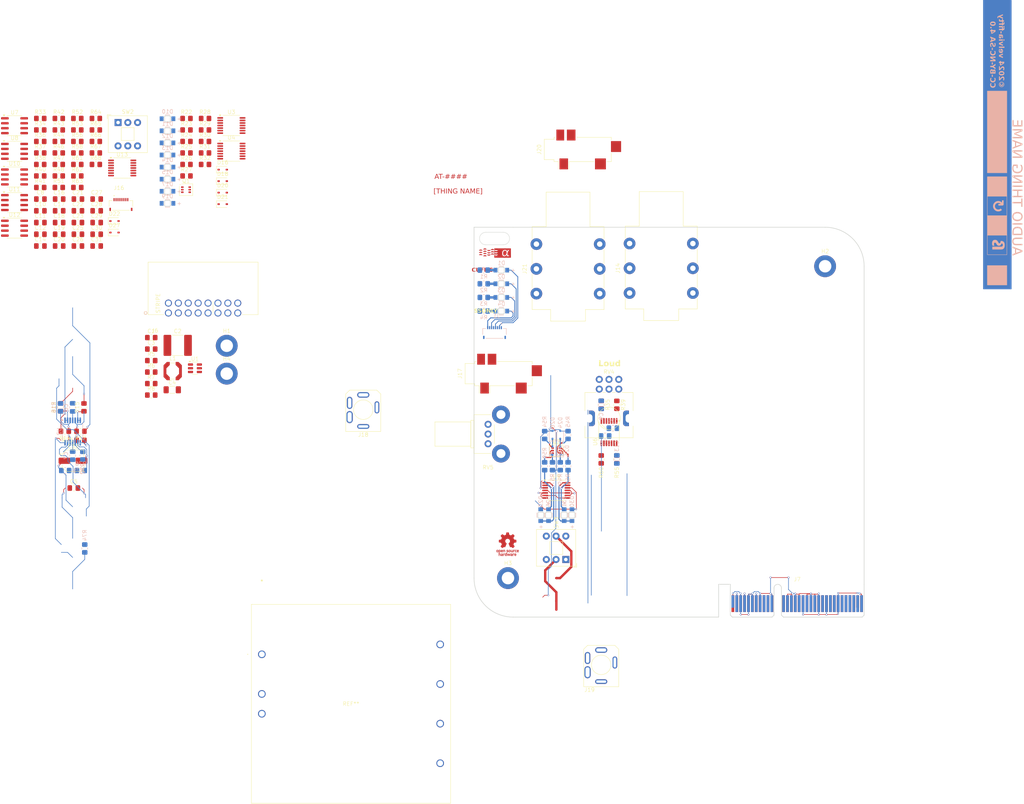
<source format=kicad_pcb>
(kicad_pcb (version 20240108) (generator "pcbnew") (generator_version "8.0")
  (layers (0 "F.Cu" signal) (31 "B.Cu" signal) (34 "B.Paste" user) (35 "F.Paste" user) (36 "B.SilkS" user "B.Silkscreen") (37 "F.SilkS" user "F.Silkscreen") (38 "B.Mask" user) (39 "F.Mask" user) (44 "Edge.Cuts" user))
  (net 0 "")
  (net 1 "GND")
  (net 2 "LED RED")
  (net 3 "LED YLW")
  (net 4 "LED GRN")
  (net 5 "LED BLU")
  (net 6 "+5V")
  (net 7 "-12V")
  (net 10 "/Bus/CON_CV")
  (net 11 "/Bus/CON_GATE")
  (net 12 "/Bus/I2C1_SCL")
  (net 13 "/Bus/USB_D+")
  (net 14 "/Bus/I2C0_SCL")
  (net 15 "/Bus/I2C0_SDA")
  (net 16 "/Bus/I2C1_SDA")
  (net 17 "Net-(D1-K)")
  (net 18 "Net-(D2-K)")
  (net 19 "Net-(D4-K)")
  (net 20 "+12v")
  (net 21 "-12v")
  (net 22 "Net-(D23-A)")
  (net 23 "Net-(D25-A)")
  (net 24 "Net-(D28-K)")
  (net 25 "Net-(D29-K)")
  (net 26 "Net-(Q2B-E2)")
  (net 27 "Net-(Q2A-C1)")
  (net 28 "Net-(Q2B-C2)")
  (net 29 "Net-(Q2A-E1)")
  (net 30 "/Headphone/OUT HP L")
  (net 31 "Net-(U6A--)")
  (net 32 "Net-(U6B--)")
  (net 33 "/Headphone/OUT HP R")
  (net 34 "/Headphone/OUT BAL L P")
  (net 35 "/Headphone/OUT BAL R P")
  (net 36 "/Headphone/+6 dB REF")
  (net 37 "/Headphone/+3 dB REF")
  (net 38 "Net-(C5-Pad1)")
  (net 39 "Net-(U9A-+)")
  (net 40 "Net-(U6D--)")
  (net 41 "Net-(D3-K)")
  (net 42 "Net-(D24-K)")
  (net 43 "Net-(D26-K)")
  (net 44 "Net-(D30-A)")
  (net 45 "Net-(D31-A)")
  (net 46 "Net-(J7-USB_D-)")
  (net 50 "Net-(J7-PRSNT_A)")
  (net 53 "Net-(J7-USB_5V)")
  (net 54 "Net-(U6C--)")
  (net 55 "Net-(U6A-+)")
  (net 56 "Net-(U6C-+)")
  (net 57 "Net-(U9C-+)")
  (net 58 "/Headphone/MON R")
  (net 59 "/Headphone/MON L")
  (net 63 "Net-(SW3A-B)")
  (net 64 "Net-(SW3B-B)")
  (net 65 "Net-(J7-Audio_In_B)")
  (net 66 "Net-(J7-UART_RX)")
  (net 67 "Net-(J7-Audio_Out_D)")
  (net 68 "Net-(J7-Audio_Out_B)")
  (net 69 "Net-(J7-UART_TX)")
  (net 70 "Net-(J7-Audio_In_D)")
  (net 71 "Net-(J7-Audio_In_C)")
  (net 72 "Net-(J7-PRSNT_B)")
  (net 73 "Net-(J7-Audio_Out_A)")
  (net 74 "Net-(J7-Audio_Out_C)")
  (net 75 "Net-(J7-Audio_In_A)")
  (net 76 "Net-(C32-Pad1)")
  (net 77 "Net-(J14-PadT)")
  (net 78 "Net-(U2D--)")
  (net 79 "Net-(U2C--)")
  (net 80 "Net-(U2A--)")
  (net 81 "Net-(U2A-+)")
  (net 82 "FX RETURN R")
  (net 83 "Net-(R73-Pad2)")
  (net 84 "FX RETURN L")
  (net 85 "Net-(U2B--)")
  (net 86 "Net-(U2B-+)")
  (net 87 "Net-(U2C-+)")
  (net 92 "Net-(U1-CB)")
  (net 93 "Net-(U1-SW)")
  (net 94 "9V")
  (net 95 "Net-(C8-Pad1)")
  (net 96 "Net-(C10-Pad1)")
  (net 97 "Net-(D22-K)")
  (net 98 "Net-(C11-Pad1)")
  (net 99 "Net-(C11-Pad2)")
  (net 100 "Net-(D27-K)")
  (net 101 "Net-(D10-A)")
  (net 102 "Net-(D11-A)")
  (net 103 "Net-(D12-A)")
  (net 104 "Net-(D13-A)")
  (net 105 "Net-(D14-A)")
  (net 106 "Net-(D15-A)")
  (net 107 "Net-(D16-K)")
  (net 108 "Net-(D17-A)")
  (net 109 "Net-(D18-K)")
  (net 110 "Net-(D19-A)")
  (net 111 "Net-(D20-K)")
  (net 112 "Net-(D21-K)")
  (net 113 "Net-(D22-A)")
  (net 114 "Net-(D27-A)")
  (net 117 "/Headphone/OUT BAL R N")
  (net 118 "/Headphone/OUT BAL L N")
  (net 119 "Net-(Q1B-C2)")
  (net 120 "Net-(Q1A-C1)")
  (net 121 "Net-(Q1B-E2)")
  (net 122 "Net-(Q1A-E1)")
  (net 123 "Net-(U1-EN)")
  (net 124 "Net-(U1-FB)")
  (net 125 "/VU/+6 dB REF")
  (net 126 "/VU/+3 dB REF")
  (net 127 "/VU/0 dB REF")
  (net 128 "/VU/-18 dB REF")
  (net 129 "Net-(U5A--)")
  (net 130 "Net-(U5B--)")
  (net 131 "Net-(SW2A-A)")
  (net 132 "Net-(U7A--)")
  (net 133 "Net-(U5A-+)")
  (net 134 "Net-(U7B--)")
  (net 135 "Net-(U8A-+)")
  (net 136 "Net-(U8A--)")
  (net 137 "Net-(R46-Pad2)")
  (net 138 "Net-(U8B--)")
  (net 139 "Net-(SW2B-A)")
  (net 140 "Net-(U10A--)")
  (net 141 "Net-(U10B--)")
  (net 142 "Net-(U11A--)")
  (net 143 "Net-(U10A-+)")
  (net 144 "Net-(U11B--)")
  (net 145 "Net-(U12A-+)")
  (net 146 "Net-(U12A--)")
  (net 147 "Net-(R66-Pad2)")
  (net 148 "Net-(U12B--)")
  (net 151 "Net-(U3A-+)")
  (net 155 "Net-(U4A-+)")
  (net 163 "FX SEND A")
  (net 164 "Net-(C5-Pad2)")
  (footprint "AT-Footprints:WL-SMRD_1205" (layer "F.Cu") (at 180.8625 127.9 -90)
    (property "Reference" "D30")
    (property "Value" "Red +6dB")
    (fp_line (start 0.5 0.75) (end -0.5 0.75) (stroke (width 0.15)) (layer "Edge.Cuts"))
    (fp_line (start -0.75 0.5) (end -0.75 -0.5) (stroke (width 0.15)) (layer "Edge.Cuts"))
    (fp_line (start 0.75 -0.5) (end 0.75 0.5) (stroke (width 0.15)) (layer "Edge.Cuts"))
    (fp_line (start -0.5 -0.75) (end 0.5 -0.75) (stroke (width 0.15)) (layer "Edge.Cuts"))
    (fp_arc (start -0.5 0.75) (mid -0.676777 0.676777) (end -0.75 0.5) (stroke (width 0.15)) (layer "Edge.Cuts"))
    (fp_arc (start 0.75 0.5) (mid 0.676777 0.676777) (end 0.5 0.75) (stroke (width 0.15)) (layer "Edge.Cuts"))
    (fp_arc (start -0.75 -0.5) (mid -0.676777 -0.676777) (end -0.5 -0.75) (stroke (width 0.15)) (layer "Edge.Cuts"))
    (fp_arc (start 0.5 -0.75) (mid 0.676777 -0.676777) (end 0.75 -0.5) (stroke (width 0.15)) (layer "Edge.Cuts"))
  )
  (footprint "AT-Footprints:EURORACK Right Angle" (layer "F.Cu") (at 77.4105 76.043999)
    (property "Reference" "J6")
    (property "Value" "OPT EURO")
  )
  (footprint "Resistor_SMD:R_0805_2012Metric_Pad1.20x1.40mm_HandSolder" (layer "F.Cu") (at 54.0625 43.84)
    (property "Reference" "R63")
    (property "Value" "10R")
  )
  (footprint "AT-Footprints:WL-SMRD_1205" (layer "F.Cu") (at 162.759 75.5514)
    (property "Reference" "D4")
    (property "Value" "LED (Blue)")
    (fp_line (start -0.75 0.5) (end -0.75 -0.5) (stroke (width 0.15)) (layer "Edge.Cuts"))
    (fp_line (start -0.5 -0.75) (end 0.5 -0.75) (stroke (width 0.15)) (layer "Edge.Cuts"))
    (fp_line (start 0.5 0.75) (end -0.5 0.75) (stroke (width 0.15)) (layer "Edge.Cuts"))
    (fp_line (start 0.75 -0.5) (end 0.75 0.5) (stroke (width 0.15)) (layer "Edge.Cuts"))
    (fp_arc (start -0.75 -0.5) (mid -0.676777 -0.676777) (end -0.5 -0.75) (stroke (width 0.15)) (layer "Edge.Cuts"))
    (fp_arc (start -0.5 0.75) (mid -0.676777 0.676777) (end -0.75 0.5) (stroke (width 0.15)) (layer "Edge.Cuts"))
    (fp_arc (start 0.5 -0.75) (mid 0.676777 -0.676777) (end 0.75 -0.5) (stroke (width 0.15)) (layer "Edge.Cuts"))
    (fp_arc (start 0.75 0.5) (mid 0.676777 0.676777) (end 0.5 0.75) (stroke (width 0.15)) (layer "Edge.Cuts"))
  )
  (footprint "Capacitor_SMD:C_0805_2012Metric_Pad1.18x1.45mm_HandSolder" (layer "F.Cu") (at 44.5925 46.82)
    (property "Reference" "C8")
    (property "Value" "100pF")
  )
  (footprint "Resistor_SMD:R_0805_2012Metric_Pad1.20x1.40mm_HandSolder" (layer "F.Cu") (at 73.0125 88.25)
    (property "Reference" "R5")
    (property "Value" "1.37M")
  )
  (footprint "Connector_Audio:Jack_3.5mm_CUI_SJ2-3593D-SMT_Horizontal" (layer "F.Cu") (at 162.0625 91.6 90)
    (property "Reference" "J17")
    (property "Value" "TO FX")
  )
  (footprint "Capacitor_SMD:C_0805_2012Metric_Pad1.18x1.45mm_HandSolder" (layer "F.Cu") (at 49.4025 55.85)
    (property "Reference" "C19")
    (property "Value" "100nF")
  )
  (footprint "Resistor_SMD:R_0805_2012Metric_Pad1.20x1.40mm_HandSolder" (layer "F.Cu") (at 86.8025 29.09)
    (property "Reference" "R29")
    (property "Value" "22k")
  )
  (footprint "AT-Footprints:WL-SMRD_1205" (layer "F.Cu") (at 77.1775 44.815)
    (property "Reference" "D17")
    (property "Value" "LED (Green)")
    (fp_line (start -0.75 0.5) (end -0.75 -0.5) (stroke (width 0.15)) (layer "Edge.Cuts"))
    (fp_line (start -0.5 -0.75) (end 0.5 -0.75) (stroke (width 0.15)) (layer "Edge.Cuts"))
    (fp_line (start 0.5 0.75) (end -0.5 0.75) (stroke (width 0.15)) (layer "Edge.Cuts"))
    (fp_line (start 0.75 -0.5) (end 0.75 0.5) (stroke (width 0.15)) (layer "Edge.Cuts"))
    (fp_arc (start -0.75 -0.5) (mid -0.676777 -0.676777) (end -0.5 -0.75) (stroke (width 0.15)) (layer "Edge.Cuts"))
    (fp_arc (start -0.5 0.75) (mid -0.676777 0.676777) (end -0.75 0.5) (stroke (width 0.15)) (layer "Edge.Cuts"))
    (fp_arc (start 0.5 -0.75) (mid 0.676777 -0.676777) (end 0.75 -0.5) (stroke (width 0.15)) (layer "Edge.Cuts"))
    (fp_arc (start 0.75 0.5) (mid 0.676777 0.676777) (end 0.5 0.75) (stroke (width 0.15)) (layer "Edge.Cuts"))
  )
  (footprint "AT-Footprints:Quarter Inch" (layer "F.Cu") (at 195.6325 70.925 90)
    (property "Reference" "J14")
    (property "Value" "FX SEND")
  )
  (footprint "Capacitor_SMD:C_0805_2012Metric_Pad1.18x1.45mm_HandSolder" (layer "F.Cu") (at 59.0225 52.84)
    (property "Reference" "C29")
    (property "Value" "100nF")
  )
  (footprint "Package_SO:SOIC-8_3.9x4.9mm_P1.27mm" (layer "F.Cu") (at 37.9625 28.01)
    (property "Reference" "U7")
    (property "Value" "NE5532")
  )
  (footprint "AT-Footprints:Quarter Inch" (layer "F.Cu") (at 171.7475 71.075 90)
    (property "Reference" "J21")
    (property "Value" "FX RETURN")
  )
  (footprint "MountingHole:MountingHole_3.2mm_M3_DIN965_Pad" (layer "F.Cu") (at 164.4625 144.05)
    (property "Reference" "H3")
    (property "Value" "M3")
  )
  (footprint "Resistor_SMD:R_0805_2012Metric_Pad1.20x1.40mm_HandSolder" (layer "F.Cu") (at 44.5625 26.14)
    (property "Reference" "R33")
    (property "Value" "10R")
  )
  (footprint "Resistor_SMD:R_0805_2012Metric_Pad1.20x1.40mm_HandSolder" (layer "F.Cu") (at 82.0525 26.14)
    (property "Reference" "R22")
    (property "Value" "2k")
  )
  (footprint "Resistor_SMD:R_0805_2012Metric_Pad1.20x1.40mm_HandSolder" (layer "F.Cu") (at 58.8125 37.94)
    (property "Reference" "R68")
    (property "Value" "10k")
  )
  (footprint "Diode_SMD:D_SOD-323" (layer "F.Cu") (at 91.3375 48.12)
    (property "Reference" "D21")
    (property "Value" "1N4148WS")
  )
  (footprint "Resistor_SMD:R_0805_2012Metric_Pad1.20x1.40mm_HandSolder" (layer "F.Cu") (at 86.8025 26.14)
    (property "Reference" "R28")
    (property "Value" "180R")
  )
  (footprint "Package_SO:SOIC-8_3.9x4.9mm_P1.27mm" (layer "F.Cu") (at 37.9625 54.29)
    (property "Reference" "U12")
    (property "Value" "NE5532")
  )
  (footprint "Capacitor_SMD:C_0805_2012Metric_Pad1.18x1.45mm_HandSolder" (layer "F.Cu") (at 49.4025 52.84)
    (property "Reference" "C18")
    (property "Value" "100nF")
  )
  (footprint "Resistor_SMD:R_0805_2012Metric_Pad1.20x1.40mm_HandSolder" (layer "F.Cu") (at 73.0125 91.2)
    (property "Reference" "R6")
    (property "Value" "255k")
  )
  (footprint "Package_SO:TSSOP-14_4.4x5mm_P0.65mm" (layer "F.Cu") (at 65.5625 38.845)
    (property "Reference" "U13")
    (property "Value" "TL074")
  )
  (footprint "AT-Footprints:DKA30_MWU" (layer "F.Cu") (at 101.3625 163.6)
    (property "Reference" "REF**")
    (property "Value" "DKA30_MWU")
  )
  (footprint "PCM_Package_TO_SOT_SMD_AKL:SOT-363_SC-70-6" (layer "F.Cu") (at 176.8625 111.35 180)
    (property "Reference" "Q2")
    (property "Value" "BC857BDW1Ts" (hide yes))
  )
  (footprint "AT-Footprints:2hp_Alps_RK09L_Double_Vertical" (layer "F.Cu") (at 190.3625 103.075)
    (property "Reference" "RV4")
    (property "Value" "10k")
  )
  (footprint "Resistor_SMD:R_0805_2012Metric_Pad1.20x1.40mm_HandSolder" (layer "F.Cu") (at 44.5625 40.89)
    (property "Reference" "R40")
    (property "Value" "1k")
  )
  (footprint "AT-Footprints:WL-SMRD_1205" (layer "F.Cu") (at 77.1775 29.315)
    (property "Reference" "D11")
    (property "Value" "LED (Red)")
    (fp_line (start -0.75 0.5) (end -0.75 -0.5) (stroke (width 0.15)) (layer "Edge.Cuts"))
    (fp_line (start -0.5 -0.75) (end 0.5 -0.75) (stroke (width 0.15)) (layer "Edge.Cuts"))
    (fp_line (start 0.5 0.75) (end -0.5 0.75) (stroke (width 0.15)) (layer "Edge.Cuts"))
    (fp_line (start 0.75 -0.5) (end 0.75 0.5) (stroke (width 0.15)) (layer "Edge.Cuts"))
    (fp_arc (start -0.75 -0.5) (mid -0.676777 -0.676777) (end -0.5 -0.75) (stroke (width 0.15)) (layer "Edge.Cuts"))
    (fp_arc (start -0.5 0.75) (mid -0.676777 0.676777) (end -0.75 0.5) (stroke (width 0.15)) (layer "Edge.Cuts"))
    (fp_arc (start 0.5 -0.75) (mid 0.676777 -0.676777) (end 0.75 -0.5) (stroke (width 0.15)) (layer "Edge.Cuts"))
    (fp_arc (start 0.75 0.5) (mid 0.676777 0.676777) (end 0.5 0.75) (stroke (width 0.15)) (layer "Edge.Cuts"))
  )
  (footprint "MountingHole:MountingHole_3.2mm_M3_DIN965_Pad" (layer "F.Cu") (at 92.3625 91.6)
    (property "Reference" "H4")
    (property "Value" "M3")
  )
  (footprint "Resistor_SMD:R_0805_2012Metric_Pad1.20x1.40mm_HandSolder" (layer "F.Cu") (at 82.0525 34.99)
    (property "Reference" "R25")
    (property "Value" "820R")
  )
  (footprint "Capacitor_SMD:C_0805_2012Metric_Pad1.18x1.45mm_HandSolder" (layer "F.Cu") (at 49.4025 49.83)
    (property "Reference" "C17")
    (property "Value" "100nF")
  )
  (footprint "Package_TO_SOT_SMD:SOT-23-6" (layer "F.Cu") (at 84.2125 90.215)
    (property "Reference" "U1")
    (property "Value" "TPS560430XDBVR")
  )
  (footprint "Resistor_SMD:R_0805_2012Metric_Pad1.20x1.40mm_HandSolder" (layer "F.Cu") (at 58.8125 26.14)
    (property "Reference" "R64")
    (property "Value" "100R")
  )
  (footprint "Connector_PCBEdge:BUS_PCIexpress_x4" (layer "F.Cu") (at 222.1125 150.6)
    (property "Reference" "J7")
    (property "Value" "~")
    (fp_line (start -0.65 -4.95) (end -0.65 2.95) (stroke (width 0.15)) (layer "Edge.Cuts"))
    (fp_line (start -0.65 2.95) (end -0.15 3.45) (stroke (width 0.15)) (layer "Edge.Cuts"))
    (fp_line (start -0.15 3.45) (end 10.05 3.45) (stroke (width 0.15)) (layer "Edge.Cuts"))
    (fp_line (start 10.55 -4) (end 10.55 2.95) (stroke (width 0.15)) (layer "Edge.Cuts"))
    (fp_line (start 10.55 2.95) (end 10.05 3.45) (stroke (width 0.15)) (layer "Edge.Cuts"))
    (fp_line (start 12.45 -4) (end 12.45 2.95) (stroke (width 0.15)) (layer "Edge.Cuts"))
    (fp_line (start 12.45 2.95) (end 12.95 3.45) (stroke (width 0.15)) (layer "Edge.Cuts"))
    (fp_line (start 12.95 3.45) (end 33.15 3.45) (stroke (width 0.15)) (layer "Edge.Cuts"))
    (fp_line (start 33.65 -4.95) (end 33.65 2.95) (stroke (width 0.15)) (layer "Edge.Cuts"))
    (fp_line (start 33.65 2.95) (end 33.15 3.45) (stroke (width 0.15)) (layer "Edge.Cuts"))
    (fp_arc (start 10.55 -4) (mid 11.5 -4.95) (end 12.45 -4) (stroke (width 0.15)) (layer "Edge.Cuts"))
  )
  (footprint "AT-Footprints:SJ3-3505" (layer "F.Cu") (at 127.3625 100.85 90)
    (property "Reference" "J18")
    (property "Value" "Out")
  )
  (footprint "Resistor_SMD:R_0805_2012Metric_Pad1.20x1.40mm_HandSolder" (layer "F.Cu") (at 192.3625 99.6 -90)
    (property "Reference" "R39")
    (property "Value" "2k")
  )
  (footprint "Capacitor_SMD:C_0805_2012Metric_Pad1.18x1.45mm_HandSolder" (layer "F.Cu") (at 53.1625 120.95)
    (property "Reference" "C5")
    (property "Value" "100pF")
  )
  (footprint "Resistor_SMD:R_0805_2012Metric_Pad1.20x1.40mm_HandSolder" (layer "F.Cu") (at 44.5625 32.04)
    (property "Reference" "R36")
    (property "Value" "10R")
  )
  (footprint "MountingHole:MountingHole_3.2mm_M3_DIN965_Pad" (layer "F.Cu") (at 245.7625 64.05)
    (property "Reference" "H2")
    (property "Value" "M3")
  )
  (footprint "Capacitor_SMD:C_2220_5750Metric_Pad1.97x5.40mm_HandSolder" (layer "F.Cu") (at 79.7925 84.35)
    (property "Reference" "C2")
    (property "Value" "4.7uF")
  )
  (footprint "PCM_Package_TO_SOT_SMD_AKL:SOT-363_SC-70-6" (layer "F.Cu") (at 81.9275 44.415)
    (property "Reference" "Q1")
    (property "Value" "BC857BDW1Ts" (hide yes))
  )
  (footprint "AT-Footprints:WL-SMRD_1205" (layer "F.Cu") (at 77.1775 35.515)
    (property "Reference" "D13")
    (property "Value" "LED (Yellow)")
    (fp_line (start -0.75 0.5) (end -0.75 -0.5) (stroke (width 0.15)) (layer "Edge.Cuts"))
    (fp_line (start -0.5 -0.75) (end 0.5 -0.75) (stroke (width 0.15)) (layer "Edge.Cuts"))
    (fp_line (start 0.5 0.75) (end -0.5 0.75) (stroke (width 0.15)) (layer "Edge.Cuts"))
    (fp_line (start 0.75 -0.5) (end 0.75 0.5) (stroke (width 0.15)) (layer "Edge.Cuts"))
    (fp_arc (start -0.75 -0.5) (mid -0.676777 -0.676777) (end -0.5 -0.75) (stroke (width 0.15)) (layer "Edge.Cuts"))
    (fp_arc (start -0.5 0.75) (mid -0.676777 0.676777) (end -0.75 0.5) (stroke (width 0.15)) (layer "Edge.Cuts"))
    (fp_arc (start 0.5 -0.75) (mid 0.676777 -0.676777) (end 0.75 -0.5) (stroke (width 0.15)) (layer "Edge.Cuts"))
    (fp_arc (start 0.75 0.5) (mid 0.676777 0.676777) (end 0.5 0.75) (stroke (width 0.15)) (layer "Edge.Cuts"))
  )
  (footprint "Resistor_SMD:R_0805_2012Metric_Pad1.20x1.40mm_HandSolder" (layer "F.Cu") (at 54.0625 40.89)
    (property "Reference" "R62")
    (property "Value" "10R")
  )
  (footprint "Resistor_SMD:R_0805_2012Metric_Pad1.20x1.40mm_HandSolder" (layer "F.Cu") (at 49.3125 34.99)
    (property "Reference" "R46")
    (property "Value" "100R")
  )
  (footprint "Resistor_SMD:R_0805_2012Metric_Pad1.20x1.40mm_HandSolder" (layer "F.Cu") (at 44.5625 29.09)
    (property "Reference" "R34")
    (property "Value" "16k")
  )
  (footprint "Capacitor_SMD:C_0805_2012Metric_Pad1.18x1.45mm_HandSolder" (layer "F.Cu") (at 59.0225 46.82)
    (property "Reference" "C27")
    (property "Value" "100nF")
  )
  (footprint "AT-Footprints:SJ3-3505" (layer "F.Cu") (at 188.3625 166.3 90)
    (property "Reference" "J19")
    (property "Value" "IN")
  )
  (footprint "Resistor_SMD:R_0805_2012Metric_Pad1.20x1.40mm_HandSolder" (layer "F.Cu") (at 86.8025 37.94)
    (property "Reference" "R32")
    (property "Value" "3k3")
  )
  (footprint "Package_SO:TSSOP-14_4.4x5mm_P0.65mm" (layer "F.Cu") (at 93.5525 27.955)
    (property "Reference" "U3")
    (property "Value" "LM339")
  )
  (footprint "Resistor_SMD:R_0805_2012Metric_Pad1.20x1.40mm_HandSolder" (layer "F.Cu") (at 192.3625 113.6 90)
    (property "Reference" "R55")
    (property "Value" "1k")
  )
  (footprint "Button_Switch_THT:SW_Push_2P2T_Toggle_CK_PVA2xxH4xxxxxxV2" (layer "F.Cu") (at 179.29 139.2775 180)
    (property "Reference" "SW3")
    (property "Value" "Phones/Line")
  )
  (footprint "Resistor_SMD:R_0805_2012Metric_Pad1.20x1.40mm_HandSolder" (layer "F.Cu") (at 49.7625 100.25 90)
    (property "Reference" "R13")
    (property "Value" "1k")
  )
  (footprint "Diode_SMD:D_SOD-323" (layer "F.Cu") (at 63.5875 52.46)
    (property "Reference" "D22")
    (property "Value" "1N4148WS")
  )
  (footprint "Capacitor_SMD:C_0805_2012Metric_Pad1.18x1.45mm_HandSolder" (layer "F.Cu") (at 44.5925 55.85)
    (property "Reference" "C12")
    (property "Value" "47uf / 16v")
  )
  (footprint "Resistor_SMD:R_0805_2012Metric_Pad1.20x1.40mm_HandSolder" (layer "F.Cu") (at 50.8625 106.3875)
    (property "Reference" "R14")
    (property "Value" "20k")
  )
  (footprint "Resistor_SMD:R_0805_2012Metric_Pad1.20x1.40mm_HandSolder" (layer "F.Cu") (at 49.3125 40.89)
    (property "Reference" "R48")
    (property "Value" "10k")
  )
  (footprint "Resistor_SMD:R_0805_2012Metric_Pad1.20x1.40mm_HandSolder" (layer "F.Cu") (at 82.0525 40.89)
    (property "Reference" "R27")
    (property "Value" "180R")
  )
  (footprint "Capacitor_SMD:C_0805_2012Metric_Pad1.18x1.45mm_HandSolder" (layer "F.Cu") (at 59.0225 55.85)
    (property "Reference" "C30")
    (property "Value" "100nF")
  )
  (footprint "Package_SO:TSSOP-14_4.4x5mm_P0.65mm" (layer "F.Cu") (at 176.8625 121.55)
    (property "Reference" "U9")
    (property "Value" "LM339")
  )
  (footprint "AT-Footprints:WL-SMRD_1205" (layer "F.Cu") (at 162.759 68.5514)
    (property "Reference" "D2")
    (property "Value" "LED (Yellow)")
    (fp_line (start -0.75 0.5) (end -0.75 -0.5) (stroke (width 0.15)) (layer "Edge.Cuts"))
    (fp_line (start -0.5 -0.75) (end 0.5 -0.75) (stroke (width 0.15)) (layer "Edge.Cuts"))
    (fp_line (start 0.5 0.75) (end -0.5 0.75) (stroke (width 0.15)) (layer "Edge.Cuts"))
    (fp_line (start 0.75 -0.5) (end 0.75 0.5) (stroke (width 0.15)) (layer "Edge.Cuts"))
    (fp_arc (start -0.75 -0.5) (mid -0.676777 -0.676777) (end -0.5 -0.75) (stroke (width 0.15)) (layer "Edge.Cuts"))
    (fp_arc (start -0.5 0.75) (mid -0.676777 0.676777) (end -0.75 0.5) (stroke (width 0.15)) (layer "Edge.Cuts"))
    (fp_arc (start 0.5 -0.75) (mid 0.676777 -0.676777) (end 0.75 -0.5) (stroke (width 0.15)) (layer "Edge.Cuts"))
    (fp_arc (start 0.75 0.5) (mid 0.676777 0.676777) (end 0.5 0.75) (stroke (width 0.15)) (layer "Edge.Cuts"))
  )
  (footprint "Resistor_SMD:R_0805_2012Metric_Pad1.20x1.40mm_HandSolder" (layer "F.Cu") (at 44.5625 37.94)
    (property "Reference" "R38")
    (property "Value" "1k")
  )
  (footprint "Diode_SMD:D_SOD-323" (layer "F.Cu") (at 91.3375 42.22)
    (property "Reference" "D18")
    (property "Value" "1N4148WS")
  )
  (footprint "Capacitor_SMD:C_0805_2012Metric_Pad1.18x1.45mm_HandSolder" (layer "F.Cu") (at 49.4025 58.86)
    (property "Reference" "C20")
    (property "Value" "100nF")
  )
  (footprint "AT-Footprints:WL-SMRD_1205" (layer "F.Cu") (at 172.8625 127.9 -90)
    (property "Reference" "D23")
    (property "Value" "Red +6dB")
    (fp_line (start 0.5 0.75) (end -0.5 0.75) (stroke (width 0.15)) (layer "Edge.Cuts"))
    (fp_line (start -0.75 0.5) (end -0.75 -0.5) (stroke (width 0.15)) (layer "Edge.Cuts"))
    (fp_line (start 0.75 -0.5) (end 0.75 0.5) (stroke (width 0.15)) (layer "Edge.Cuts"))
    (fp_line (start -0.5 -0.75) (end 0.5 -0.75) (stroke (width 0.15)) (layer "Edge.Cuts"))
    (fp_arc (start -0.5 0.75) (mid -0.676777 0.676777) (end -0.75 0.5) (stroke (width 0.15)) (layer "Edge.Cuts"))
    (fp_arc (start 0.75 0.5) (mid 0.676777 0.676777) (end 0.5 0.75) (stroke (width 0.15)) (layer "Edge.Cuts"))
    (fp_arc (start -0.75 -0.5) (mid -0.676777 -0.676777) (end -0.5 -0.75) (stroke (width 0.15)) (layer "Edge.Cuts"))
    (fp_arc (start 0.5 -0.75) (mid 0.676777 -0.676777) (end 0.75 -0.5) (stroke (width 0.15)) (layer "Edge.Cuts"))
  )
  (footprint "Capacitor_SMD:C_1206_3216Metric_Pad1.33x1.80mm_HandSolder" (layer "F.Cu") (at 78.3925 95.75)
    (property "Reference" "C4")
    (property "Value" "15uF")
  )
  (footprint "Diode_SMD:D_SOD-323" (layer "F.Cu") (at 91.3375 45.17)
    (property "Reference" "D20")
    (property "Value" "1N4148WS")
  )
  (footprint "Resistor_SMD:R_0805_2012Metric_Pad1.20x1.40mm_HandSolder" (layer "F.Cu") (at 54.0625 32.04)
    (property "Reference" "R56")
    (property "Value" "10R")
  )
  (footprint "Resistor_SMD:R_0805_2012Metric_Pad1.20x1.40mm_HandSolder" (layer "F.Cu") (at 49.3125 37.94)
    (property "Reference" "R47")
    (property "Value" "10k")
  )
  (footprint "Capacitor_SMD:C_0805_2012Metric_Pad1.18x1.45mm_HandSolder" (layer "F.Cu") (at 44.5925 52.84)
    (property "Reference" "C11")
    (property "Value" "100pF")
  )
  (footprint "Capacitor_SMD:C_0805_2012Metric_Pad1.18x1.45mm_HandSolder" (layer "F.Cu") (at 44.5925 49.83)
    (property "Reference" "C10")
    (property "Value" "47uf / 16v")
  )
  (footprint "Resistor_SMD:R_0805_2012Metric_Pad1.20x1.40mm_HandSolder" (layer "F.Cu") (at 73.0125 97.1)
    (property "Reference" "R8")
    (property "Value" "22.1k")
  )
  (footprint "Resistor_SMD:R_0805_2012Metric_Pad1.20x1.40mm_HandSolder" (layer "F.Cu") (at 49.3125 43.84)
    (property "Reference" "R51")
    (property "Value" "16k")
  )
  (footprint "AT-Footprints:WL-SMRD_1205" (layer "F.Cu") (at 77.1775 38.615)
    (property "Reference" "D14")
    (property "Value" "LED (Green)")
    (fp_line (start -0.75 0.5) (end -0.75 -0.5) (stroke (width 0.15)) (layer "Edge.Cuts"))
    (fp_line (start -0.5 -0.75) (end 0.5 -0.75) (stroke (width 0.15)) (layer "Edge.Cuts"))
    (fp_line (start 0.5 0.75) (end -0.5 0.75) (stroke (width 0.15)) (layer "Edge.Cuts"))
    (fp_line (start 0.75 -0.5) (end 0.75 0.5) (stroke (width 0.15)) (layer "Edge.Cuts"))
    (fp_arc (start -0.75 -0.5) (mid -0.676777 -0.676777) (end -0.5 -0.75) (stroke (width 0.15)) (layer "Edge.Cuts"))
    (fp_arc (start -0.5 0.75) (mid -0.676777 0.676777) (end -0.75 0.5) (stroke (width 0.15)) (layer "Edge.Cuts"))
    (fp_arc (start 0.5 -0.75) (mid 0.676777 -0.676777) (end 0.75 -0.5) (stroke (width 0.15)) (layer "Edge.Cuts"))
    (fp_arc (start 0.75 0.5) (mid 0.676777 0.676777) (end 0.5 0.75) (stroke (width 0.15)) (layer "Edge.Cuts"))
  )
  (footprint "Resistor_SMD:R_0805_2012Metric_Pad1.20x1.40mm_HandSolder" (layer "F.Cu") (at 44.5625 43.84)
    (property "Reference" "R41")
    (property "Value" "10R")
  )
  (footprint "AT-Footprints:WL-SMRD_1205" (layer "F.Cu") (at 162.759 65.0514)
    (property "Reference" "D1")
    (property "Value" "LED (Red)")
    (fp_line (start -0.75 0.5) (end -0.75 -0.5) (stroke (width 0.15)) (layer "Edge.Cuts"))
    (fp_line (start -0.5 -0.75) (end 0.5 -0.75) (stroke (width 0.15)) (layer "Edge.Cuts"))
    (fp_line (start 0.5 0.75) (end -0.5 0.75) (stroke (width 0.15)) (layer "Edge.Cuts"))
    (fp_line (start 0.75 -0.5) (end 0.75 0.5) (stroke (width 0.15)) (layer "Edge.Cuts"))
    (fp_arc (start -0.75 -0.5) (mid -0.676777 -0.676777) (end -0.5 -0.75) (stroke (width 0.15)) (layer "Edge.Cuts"))
    (fp_arc (start -0.5 0.75) (mid -0.676777 0.676777) (end -0.75 0.5) (stroke (width 0.15)) (layer "Edge.Cuts"))
    (fp_arc (start 0.5 -0.75) (mid 0.676777 -0.676777) (end 0.75 -0.5) (stroke (width 0.15)) (layer "Edge.Cuts"))
    (fp_arc (start 0.75 0.5) (mid 0.676777 0.676777) (end 0.5 0.75) (stroke (width 0.15)) (layer "Edge.Cuts"))
  )
  (footprint "Capacitor_SMD:C_0805_2012Metric_Pad1.18x1.45mm_HandSolder" (layer "F.Cu") (at 49.4025 46.82)
    (property "Reference" "C16")
    (property "Value" "100nF")
  )
  (footprint "Capacitor_SMD:CP_Elec_5x5.4" (layer "F.Cu") (at 52.9625 113.95)
    (property "Reference" "C32")
    (property "Value" "10uF")
  )
  (footprint "Resistor_SMD:R_0805_2012Metric_Pad1.20x1.40mm_HandSolder" (layer "F.Cu") (at 86.8025 32.04)
    (property "Reference" "R30")
    (property "Value" "22k")
  )
  (footprint "Capacitor_SMD:C_0805_2012Metric_Pad1.18x1.45mm_HandSolder" (layer "F.Cu") (at 54.2125 52.84)
    (property "Reference" "C23")
    (property "Value" "100nF")
  )
  (footprint "Resistor_SMD:R_0805_2012Metric_Pad1.20x1.40mm_HandSolder" (layer "F.Cu") (at 49.3125 26.14)
    (property "Reference" "R42")
    (property "Value" "10R")
  )
  (footprint "Resistor_SMD:R_0805_2012Metric_Pad1.20x1.40mm_HandSolder" (layer "F.Cu") (at 58.8125 32.04)
    (property "Reference" "R66")
    (property "Value" "100R")
  )
  (footprint "Resistor_SMD:R_0805_2012Metric_Pad1.20x1.40mm_HandSolder" (layer "F.Cu") (at 58.8125 29.09)
    (property "Reference" "R65")
    (property "Value" "100R")
  )
  (footprint "Package_SO:SOIC-8_3.9x4.9mm_P1.27mm" (layer "F.Cu") (at 37.9625 41.15)
    (property "Reference" "U10")
    (property "Value" "NE5532")
  )
  (footprint "Resistor_SMD:R_0805_2012Metric_Pad1.20x1.40mm_HandSolder" (layer "F.Cu") (at 49.3125 32.04)
    (property "Reference" "R44")
    (property "Value" "100R")
  )
  (footprint "Resistor_SMD:R_0805_2012Metric_Pad1.20x1.40mm_HandSolder" (layer "F.Cu") (at 73.0125 82.35)
    (property "Reference" "C1")
    (property "Value" "100nF")
  )
  (footprint "Package_SO:SOIC-8_3.9x4.9mm_P1.27mm" (layer "F.Cu") (at 37.9625 34.58)
    (property "Reference" "U8")
    (property "Value" "NE5532")
  )
  (footprint "Potentiometer_THT:Potentiometer_Bourns_PTV09A-2_Single_Horizontal" (layer "F.Cu") (at 159.3625 104.6 180)
    (property "Reference" "RV5")
    (property "Value" "10k")
  )
  (footprint "Resistor_SMD:R_0805_2012Metric_Pad1.20x1.40mm_HandSolder" (layer "F.Cu") (at 54.0625 37.94)
    (property "Reference" "R61")
    (property "Value" "1k")
  )
  (footprint "Connector_Audio:Jack_3.5mm_CUI_SJ2-3593D-SMT_Horizontal" (layer "F.Cu") (at 182.3625 34.1 90)
    (property "Reference" "J20")
    (property "Value" "FROM FX")
  )
  (footprint "Resistor_SMD:R_0805_2012Metric_Pad1.20x1.40mm_HandSolder" (layer "F.Cu") (at 54.0625 34.99)
    (property "Reference" "R58")
    (property "Value" "1k")
  )
  (footprint "AT-Footprints:WL-SMRD_1205" (layer "F.Cu") (at 162.759 72.0514)
    (property "Reference" "D3")
    (property "Value" "LED (Green)")
    (fp_line (start -0.75 0.5) (end -0.75 -0.5) (stroke (width 0.15)) (layer "Edge.Cuts"))
    (fp_line (start -0.5 -0.75) (end 0.5 -0.75) (stroke (width 0.15)) (layer "Edge.Cuts"))
    (fp_line (start 0.5 0.75) (end -0.5 0.75) (stroke (width 0.15)) (layer "Edge.Cuts"))
    (fp_line (start 0.75 -0.5) (end 0.75 0.5) (stroke (width 0.15)) (layer "Edge.Cuts"))
    (fp_arc (start -0.75 -0.5) (mid -0.676777 -0.676777) (end -0.5 -0.75) (stroke (width 0.15)) (layer "Edge.Cuts"))
    (fp_arc (start -0.5 0.75) (mid -0.676777 0.676777) (end -0.75 0.5) (stroke (width 0.15)) (layer "Edge.Cuts"))
    (fp_arc (start 0.5 -0.75) (mid 0.676777 -0.676777) (end 0.75 -0.5) (stroke (width 0.15)) (layer "Edge.Cuts"))
    (fp_arc (start 0.75 0.5) (mid 0.676777 0.676777) (end 0.5 0.75) (stroke (width 0.15)) (layer "Edge.Cuts"))
  )
  (footprint "Resistor_SMD:R_0805_2012Metric_Pad1.20x1.40mm_HandSolder" (layer "F.Cu") (at 82.0525 29.09)
    (property "Reference" "R23")
    (property "Value" "820R")
  )
  (footprint "Capacitor_SMD:C_0805_2012Metric_Pad1.18x1.45mm_HandSolder" (layer "F.Cu") (at 54.2125 49.83)
    (property "Reference" "C22")
    (property "Value" "100nF")
  )
  (footprint "AT-Footprints:WL-SMRD_1205" (layer "F.Cu") (at 77.1775 47.915)
    (property "Reference" "D19")
    (property "Value" "LED (Green)")
    (fp_line (start -0.75 0.5) (end -0.75 -0.5) (stroke (width 0.15)) (layer "Edge.Cuts"))
    (fp_line (start -0.5 -0.75) (end 0.5 -0.75) (stroke (width 0.15)) (layer "Edge.Cuts"))
    (fp_line (start 0.5 0.75) (end -0.5 0.75) (stroke (width 0.15)) (layer "Edge.Cuts"))
    (fp_line (start 0.75 -0.5) (end 0.75 0.5) (stroke (width 0.15)) (layer "Edge.Cuts"))
    (fp_arc (start -0.75 -0.5) (mid -0.676777 -0.676777) (end -0.5 -0.75) (stroke (width 0.15)) (layer "Edge.Cuts"))
    (fp_arc (start -0.5 0.75) (mid -0.676777 0.676777) (end -0.75 0.5) (stroke (width 0.15)) (layer "Edge.Cuts"))
    (fp_arc (start 0.5 -0.75) (mid 0.676777 -0.676777) (end 0.75 -0.5) (stroke (width 0.15)) (layer "Edge.Cuts"))
    (fp_arc (start 0.75 0.5) (mid 0.676777 0.676777) (end 0.5 0.75) (stroke (width 0.15)) (layer "Edge.Cuts"))
  )
  (footprint "Resistor_SMD:R_0805_2012Metric_Pad1.20x1.40mm_HandSolder" (layer "F.Cu") (at 44.5625 34.99)
    (property "Reference" "R37")
    (property "Value" "20k")
  )
  (footprint "Resistor_SMD:R_0805_2012Metric_Pad1.20x1.40mm_HandSolder" (layer "F.Cu") (at 82.0525 32.04)
    (property "Reference" "R24")
    (property "Value" "1k")
  )
  (footprint "Package_SO:TSSOP-14_4.4x5mm_P0.65mm" (layer "F.Cu") (at 190.3625 106.6 -90)
    (property "Reference" "U6")
    (property "Value" "TL074")
  )
  (footprint "Package_SO:TSSOP-14_4.4x5mm_P0.65mm" (layer "F.Cu") (at 93.5525 34.52)
    (property "Reference" "U4")
    (property "Value" "LM339")
  )
  (footprint "Resistor_SMD:R_0805_2012Metric_Pad1.20x1.40mm_HandSolder" (layer "F.Cu") (at 73.0125 85.3)
    (property "Reference" "C3")
    (property "Value" "0.1uF")
  )
  (footprint "AT-Footprints:WL-SMRD_1205" (layer "F.Cu") (at 77.1775 26.215)
    (property "Reference" "D10")
    (property "Value" "LED (Red)")
    (fp_line (start -0.75 0.5) (end -0.75 -0.5) (stroke (width 0.15)) (layer "Edge.Cuts"))
    (fp_line (start -0.5 -0.75) (end 0.5 -0.75) (stroke (width 0.15)) (layer "Edge.Cuts"))
    (fp_line (start 0.5 0.75) (end -0.5 0.75) (stroke (width 0.15)) (layer "Edge.Cuts"))
    (fp_line (start 0.75 -0.5) (end 0.75 0.5) (stroke (width 0.15)) (layer "Edge.Cuts"))
    (fp_arc (start -0.75 -0.5) (mid -0.676777 -0.676777) (end -0.5 -0.75) (stroke (width 0.15)) (layer "Edge.Cuts"))
    (fp_arc (start -0.5 0.75) (mid -0.676777 0.676777) (end -0.75 0.5) (stroke (width 0.15)) (layer "Edge.Cuts"))
    (fp_arc (start 0.5 -0.75) (mid 0.676777 -0.676777) (end 0.75 -0.5) (stroke (width 0.15)) (layer "Edge.Cuts"))
    (fp_arc (start 0.75 0.5) (mid 0.676777 0.676777) (end 0.5 0.75) (stroke (width 0.15)) (layer "Edge.Cuts"))
  )
  (footprint "Capacitor_SMD:C_0805_2012Metric_Pad1.18x1.45mm_HandSolder" (layer "F.Cu") (at 54.2125 58.86)
    (property "Reference" "C26")
    (property "Value" "100nF")
  )
  (footprint "Button_Switch_THT:SW_Push_2P2T_Toggle_CK_PVA2xxH4xxxxxxV2" (layer "F.Cu") (at 64.5075 27.185)
    (property "Reference" "SW2")
    (property "Value" "-3dB Cut")
  )
  (footprint "Resistor_SMD:R_0805_2012Metric_Pad1.20x1.40mm_HandSolder" (layer "F.Cu") (at 82.0525 37.94)
    (property "Reference" "R26")
    (property "Value" "200R")
  )
  (footprint "AT-Footprints:WL-SMRD_1205" (layer "F.Cu") (at 77.1775 41.715)
    (property "Reference" "D15")
    (property "Value" "LED (Green)")
    (fp_line (start -0.75 0.5) (end -0.75 -0.5) (stroke (width 0.15)) (layer "Edge.Cuts"))
    (fp_line (start -0.5 -0.75) (end 0.5 -0.75) (stroke (width 0.15)) (layer "Edge.Cuts"))
    (fp_line (start 0.5 0.75) (end -0.5 0.75) (stroke (width 0.15)) (layer "Edge.Cuts"))
    (fp_line (start 0.75 -0.5) (end 0.75 0.5) (stroke (width 0.15)) (layer "Edge.Cuts"))
    (fp_arc (start -0.75 -0.5) (mid -0.676777 -0.676777) (end -0.5 -0.75) (stroke (width 0.15)) (layer "Edge.Cuts"))
    (fp_arc (start -0.5 0.75) (mid -0.676777 0.676777) (end -0.75 0.5) (stroke (width 0.15)) (layer "Edge.Cuts"))
    (fp_arc (start 0.5 -0.75) (mid 0.676777 -0.676777) (end 0.75 -0.5) (stroke (width 0.15)) (layer "Edge.Cuts"))
    (fp_arc (start 0.75 0.5) (mid 0.676777 0.676777) (end 0.5 0.75) (stroke (width 0.15)) (layer "Edge.Cuts"))
  )
  (footprint "Resistor_SMD:R_0805_2012Metric_Pad1.20x1.40mm_HandSolder" (layer "F.Cu") (at 86.8025 34.99)
    (property "Reference" "R31")
    (property "Value" "3k3")
  )
  (footprint "Resistor_SMD:R_0805_2012Metric_Pad1.20x1.40mm_HandSolder" (layer "F.Cu") (at 49.3125 29.09)
    (property "Reference" "R43")
    (property "Value" "100R")
  )
  (footprint "Resistor_SMD:R_0805_2012Metric_Pad1.20x1.40mm_HandSolder" (layer "F.Cu") (at 54.8625 106.3875 180)
    (property "Reference" "R17")
    (property "Value" "2k")
  )
  (footprint "Resistor_SMD:R_0805_2012Metric_Pad1.20x1.40mm_HandSolder" (layer "F.Cu") (at 55.7625 100.25 90)
    (property "Reference" "R15")
    (property "Value" "1k")
  )
  (footprint "Capacitor_SMD:C_0805_2012Metric_Pad1.18x1.45mm_HandSolder" (layer "F.Cu") (at 44.5925 58.86)
    (property "Reference" "C14")
    (property "Value" "100nF")
  )
  (footprint "Inductor_SMD:L_Coilcraft_LPS4414" (layer "F.Cu") (at 78.5125 90.95)
    (property "Reference" "L1")
    (property "Value" "12uH")
  )
  (footprint "AT-Footprints:WL-SMRD_1205" (layer "F.Cu") (at 174.8625 127.9 90)
    (property "Reference" "D25")
    (property "Value" "Yellow +3dB")
    (fp_line (start -0.5 -0.75) (end 0.5 -0.75) (stroke (width 0.15)) (layer "Edge.Cuts"))
    (fp_line (start 0.75 -0.5) (end 0.75 0.5) (stroke (width 0.15)) (layer "Edge.Cuts"))
    (fp_line (start -0.75 0.5) (end -0.75 -0.5) (stroke (width 0.15)) (layer "Edge.Cuts"))
    (fp_line (start 0.5 0.75) (end -0.5 0.75) (stroke (width 0.15)) (layer "Edge.Cuts"))
    (fp_arc (start 0.5 -0.75) (mid 0.676777 -0.676777) (end 0.75 -0.5) (stroke (width 0.15)) (layer "Edge.Cuts"))
    (fp_arc (start -0.75 -0.5) (mid -0.676777 -0.676777) (end -0.5 -0.75) (stroke (width 0.15)) (layer "Edge.Cuts"))
    (fp_arc (start 0.75 0.5) (mid 0.676777 0.676777) (end 0.5 0.75) (stroke (width 0.15)) (layer "Edge.Cuts"))
    (fp_arc (start -0.5 0.75) (mid -0.676777 0.676777) (end -0.75 0.5) (stroke (width 0.15)) (layer "Edge.Cuts"))
  )
  (footprint "Resistor_SMD:R_0805_2012Metric_Pad1.20x1.40mm_HandSolder" (layer "F.Cu") (at 188.3625 113.6 90)
    (property "Reference" "R60")
    (property "Value" "2k")
  )
  (footprint "Diode_SMD:D_SOD-323" (layer "F.Cu") (at 91.3375 39.27)
    (property "Reference" "D16")
    (property "Value" "1N4148WS")
  )
  (footprint "Capacitor_SMD:C_0805_2012Metric_Pad1.18x1.45mm_HandSolder" (layer "F.Cu") (at 54.2125 55.85)
    (property "Reference" "C25")
    (property "Value" "100nF")
  )
  (footprint "Capacitor_SMD:C_0805_2012Metric_Pad1.18x1.45mm_HandSolder" (layer "F.Cu") (at 59.0225 49.83)
    (property "Reference" "C28")
    (property "Value" "100nF")
  )
  (footprint "Capacitor_SMD:C_0805_2012Metric_Pad1.18x1.45mm_HandSolder" (layer "F.Cu") (at 59.0225 58.86)
    (property "Reference" "C31")
    (property "Value" "100nF")
  )
  (footprint "AT-Footprints:at-logo-cu" (layer "F.Cu") (at 161.196883 59.085)
    (property "Reference" "GFX1" (hide yes))
    (property "Value" "FRONT PANEL AT LOGO" (hide yes))
  )
  (footprint "AT-Footprints:AMPHENOL_F33B-1A7Q1-E8C08" (layer "F.Cu") (at 65.2375 48.715)
    (property "Reference" "J16")
    (property "Value" "EXT Outs")
  )
  (footprint "Resistor_SMD:R_0805_2012Metric_Pad1.20x1.40mm_HandSolder" (layer "F.Cu") (at 188.3625 99.6 -90)
    (property "Reference" "R35")
    (property "Value" "1k")
  )
  (footprint "Resistor_SMD:R_0805_2012Metric_Pad1.20x1.40mm_HandSolder" (layer "F.Cu") (at 54.0625 29.09)
    (property "Reference" "R53")
    (property "Value" "10R")
  )
  (footprint "Diode_SMD:D_SOD-323" (layer "F.Cu") (at 63.5875 55.41)
    (property "Reference" "D27")
    (property "Value" "1N4148WS")
  )
  (footprint "Resistor_SMD:R_0805_2012Metric_Pad1.20x1.40mm_HandSolder" (layer "F.Cu") (at 73.0125 94.15)
    (property "Reference" "R7")
    (property "Value" "178k")
  )
  (footprint "Resistor_SMD:R_0805_2012Metric_Pad1.20x1.40mm_HandSolder" (layer "F.Cu") (at 58.8125 34.99)
    (property "Reference" "R67")
    (property "Value" "10k")
  )
  (footprint "Symbol:OSHW-Logo_5.7x6mm_Copper" (layer "F.Cu") (at 164.3625 135.35)
    (property "Reference" "GFX2" (hide yes))
    (property "Value" "FRONT PANEL OSHW" (hide yes))
  )
  (footprint "Package_SO:SOIC-8_3.9x4.9mm_P1.27mm" (layer "F.Cu") (at 37.9625 47.72)
    (property "Reference" "U11")
    (property "Value" "NE5532")
  )
  (footprint "Capacitor_SMD:C_0805_2012Metric_Pad1.18x1.45mm_HandSolder" (layer "F.Cu") (at 54.2125 46.82)
    (property "Reference" "C21")
    (property "Value" "100nF")
  )
  (footprint "MountingHole:MountingHole_3.2mm_M3_DIN965_Pad" (layer "F.Cu") (at 92.3625 84.45)
    (property "Reference" "H1")
    (property "Value" "M3")
  )
  (footprint "Resistor_SMD:R_0805_2012Metric_Pad1.20x1.40mm_HandSolder" (layer "F.Cu") (at 54.0625 26.14)
    (property "Reference" "R52")
    (property "Value" "20k")
  )
  (footprint "AT-Footprints:WL-SMRD_1205" (layer "F.Cu") (at 77.1775 32.415)
    (property "Reference" "D12")
    (property "Value" "LED (Yellow)")
    (fp_line (start -0.75 0.5) (end -0.75 -0.5) (stroke (width 0.15)) (layer "Edge.Cuts"))
    (fp_line (start -0.5 -0.75) (end 0.5 -0.75) (stroke (width 0.15)) (layer "Edge.Cuts"))
    (fp_line (start 0.5 0.75) (end -0.5 0.75) (stroke (width 0.15)) (layer "Edge.Cuts"))
    (fp_line (start 0.75 -0.5) (end 0.75 0.5) (stroke (width 0.15)) (layer "Edge.Cuts"))
    (fp_arc (start -0.75 -0.5) (mid -0.676777 -0.676777) (end -0.5 -0.75) (stroke (width 0.15)) (layer "Edge.Cuts"))
    (fp_arc (start -0.5 0.75) (mid -0.676777 0.676777) (end -0.75 0.5) (stroke (width 0.15)) (layer "Edge.Cuts"))
    (fp_arc (start 0.5 -0.75) (mid 0.676777 -0.676777) (end 0.75 -0.5) (stroke (width 0.15)) (layer "Edge.Cuts"))
    (fp_arc (start 0.75 0.5) (mid 0.676777 0.676777) (end 0.5 0.75) (stroke (width 0.15)) (layer "Edge.Cuts"))
  )
  (footprint "Resistor_SMD:R_0805_2012Metric_Pad1.20x1.40mm_HandSolder" (layer "F.Cu") (at 54.8625 108.7)
    (property "Reference" "R73")
    (property "Value" "10k")
  )
  (footprint "AT-Footprints:WL-SMRD_1205" (layer "F.Cu") (at 178.8625 127.9 90)
    (property "Reference" "D31")
    (property "Value" "Yellow +3dB")
    (fp_line (start -0.5 -0.75) (end 0.5 -0.75) (stroke (width 0.15)) (layer "Edge.Cuts"))
    (fp_line (start 0.75 -0.5) (end 0.75 0.5) (stroke (width 0.15)) (layer "Edge.Cuts"))
    (fp_line (start -0.75 0.5) (end -0.75 -0.5) (stroke (width 0.15)) (layer "Edge.Cuts"))
    (fp_line (start 0.5 0.75) (end -0.5 0.75) (stroke (width 0.15)) (layer "Edge.Cuts"))
    (fp_arc (start 0.5 -0.75) (mid 0.676777 -0.676777) (end 0.75 -0.5) (stroke (width 0.15)) (layer "Edge.Cuts"))
    (fp_arc (start -0.75 -0.5) (mid -0.676777 -0.676777) (end -0.5 -0.75) (stroke (width 0.15)) (layer "Edge.Cuts"))
    (fp_arc (start 0.75 0.5) (mid 0.676777 0.676777) (end 0.5 0.75) (stroke (width 0.15)) (layer "Edge.Cuts"))
    (fp_arc (start -0.5 0.75) (mid -0.676777 0.676777) (end -0.75 0.5) (stroke (width 0.15)) (layer "Edge.Cuts"))
  )
  (footprint "Resistor_SMD:R_0805_2012Metric_Pad1.20x1.40mm_HandSolder" (layer "B.Cu") (at 158.259 68.5514)
    (property "Reference" "R2")
    (property "Value" "150R")
  )
  (footprint "Resistor_SMD:R_0805_2012Metric_Pad1.20x1.40mm_HandSolder" (layer "B.Cu") (at 49.7625 100.25 -90)
    (property "Reference" "R16")
    (property "Value" "1k")
  )
  (footprint "Diode_SMD:D_SOD-323" (layer "B.Cu") (at 177.8625 107.3 90)
    (property "Reference" "D24")
    (property "Value" "1N4148WS")
  )
  (footprint "Capacitor_SMD:C_0805_2012Metric_Pad1.18x1.45mm_HandSolder" (layer "B.Cu") (at 52.8625 112.6375 -90)
    (property "Reference" "C7")
    (property "Value" "100nF")
  )
  (footprint "Diode_SMD:D_SOD-323" (layer "B.Cu") (at 177.8625 111.35 90)
    (property "Reference" "D26")
    (property "Value" "1N4148WS")
  )
  (footprint "Resistor_SMD:R_0805_2012Metric_Pad1.20x1.40mm_HandSolder" (layer "B.Cu") (at 55.4625 112.6375 90)
    (property "Reference" "R72")
    (property "Value" "470R")
  )
  (footprint "Resistor_SMD:R_0805_2012Metric_Pad1.20x1.40mm_HandSolder" (layer "B.Cu") (at 179.8625 115.35 90)
    (property "Reference" "R59")
    (property "Value" "3k3")
  )
  (footprint "Resistor_SMD:R_0805_2012Metric_Pad1.20x1.40mm_HandSolder" (layer "B.Cu") (at 50.9625 116.45 180)
    (property "Reference" "R75")
    (property "Value" "1M")
  )
  (footprint "Resistor_SMD:R_0805_2012Metric_Pad1.20x1.40mm_HandSolder" (layer "B.Cu") (at 179.8625 107.35 90)
    (property "Reference" "R45")
    (property "Value" "180R")
  )
  (footprint "Resistor_SMD:R_0805_2012Metric_Pad1.20x1.40mm_HandSolder" (layer "B.Cu") (at 177.8625 115.35 90)
    (property "Reference" "R49")
    (property "Value" "22k")
  )
  (footprint "Capacitor_SMD:C_0805_2012Metric_Pad1.18x1.45mm_HandSolder" (layer "B.Cu") (at 52.8625 100.25 -90)
    (property "Reference" "C6")
    (property "Value" "100nF")
  )
  (footprint "Capacitor_SMD:C_0805_2012Metric_Pad1.18x1.45mm_HandSolder" (layer "B.Cu") (at 188.3625 99.6 90)
    (property "Reference" "C9")
    (property "Value" "100pF")
  )
  (footprint "Resistor_SMD:R_0805_2012Metric_Pad1.20x1.40mm_HandSolder" (layer "B.Cu") (at 158.259 72.0514)
    (property "Reference" "R3")
    (property "Value" "150R")
  )
  (footprint "Resistor_SMD:R_0805_2012Metric_Pad1.20x1.40mm_HandSolder" (layer "B.Cu") (at 175.8625 115.35 90)
    (property "Reference" "R57")
    (property "Value" "22k")
  )
  (footprint "Resistor_SMD:R_0805_2012Metric_Pad1.20x1.40mm_HandSolder" (layer "B.Cu") (at 54.9625 116.45)
    (property "Reference" "R76")
    (property "Value" "150k")
  )
  (footprint "Resistor_SMD:R_0805_2012Metric_Pad1.20x1.40mm_HandSolder" (layer "B.Cu") (at 173.8625 107.35 90)
    (property "Reference" "R54")
    (property "Value" "180R")
  )
  (footprint "Diode_SMD:D_SOD-323" (layer "B.Cu") (at 175.8625 111.35 90)
    (property "Reference" "D29")
    (property "Value" "1N4148WS")
  )
  (footprint "AT-Footprints:AMPHENOL_F33B-1A7Q1-E8C08" (layer "B.Cu") (at 161.009 81.5514 180)
    (property "Reference" "J1")
    (property "Value" "FRONT PANEL MAGIC")
  )
  (footprint "Diode_SMD:D_SOD-323" (layer "B.Cu") (at 175.8625 107.3 90)
    (property "Reference" "D28")
    (property "Value" "1N4148WS")
  )
  (footprint "Resistor_SMD:R_0805_2012Metric_Pad1.20x1.40mm_HandSolder" (layer "B.Cu") (at 55.9625 136.45 -90)
    (property "Reference" "R74")
    (property "Value" "1k")
  )
  (footprint "Resistor_SMD:R_0805_2012Metric_Pad1.20x1.40mm_HandSolder" (layer "B.Cu") (at 173.8625 115.35 90)
    (property "Reference" "R50")
    (property "Value" "3k3")
  )
  (footprint "Capacitor_SMD:C_0805_2012Metric_Pad1.18x1.45mm_HandSolder" (layer "B.Cu") (at 191.3625 105.6)
    (property "Reference" "C24")
    (property "Value" "100nF")
  )
  (footprint "Resistor_SMD:R_0805_2012Metric_Pad1.20x1.40mm_HandSolder" (layer "B.Cu") (at 158.259 65.0514)
    (property "Reference" "R1")
    (property "Value" "150R")
  )
  (footprint "Capacitor_SMD:C_0805_2012Metric_Pad1.18x1.45mm_HandSolder" (layer "B.Cu") (at 189.3625 107.6 180)
    (property "Reference" "C15")
    (property "Value" "100nF")
  )
  (footprint "Capacitor_SMD:C_0805_2012Metric_Pad1.18x1.45mm_HandSolder" (layer "B.Cu") (at 192.3625 113.6 -90)
    (property "Reference" "C13")
    (property "Value" "100pF")
  )
  (footprint "Package_SO:TSSOP-14_4.4x5mm_P0.65mm" (layer "B.Cu") (at 52.8625 106.45 -90)
    (property "Reference" "U2")
    (property "Value" "TL074")
  )
  (footprint "Resistor_SMD:R_0805_2012Metric_Pad1.20x1.40mm_HandSolder" (layer "B.Cu") (at 158.259 75.5514)
    (property "Reference" "R4")
    (property "Value" "100R")
  )
  (gr_line (start 175.8625 108.35) (end 175.8625 110.35) (stroke (width 0.2)) (layer "B.Cu") (net 24))
  (gr_rect (start 286.3625 -4.142288) (end 293.4625 69.857712) (stroke (width 0.2)) (fill solid) (layer "B.Cu") (net 1))
  (gr_rect (start 287.3625 46.1) (end 292.3625 51.1) (stroke (width 0.1)) (fill none) (layer "B.SilkS"))
  (gr_rect (start 287.3625 63.857712) (end 292.3625 68.857712) (stroke (width 0.1)) (fill solid) (layer "B.SilkS"))
  (gr_rect (start 287.3625 56.1) (end 292.3625 61.1) (stroke (width 0.1)) (fill none) (layer "B.SilkS"))
  (gr_rect (start 287.3625 19.1) (end 292.3625 40.1) (stroke (width 0.1)) (fill solid) (layer "B.SilkS"))
  (gr_rect (start 287.3625 41.1) (end 292.3625 46.1) (stroke (width 0.1)) (fill solid) (layer "B.SilkS"))
  (gr_rect (start 287.3625 51.1) (end 292.3625 56.1) (stroke (width 0.1)) (fill solid) (layer "B.SilkS"))
  (gr_line (start 155.7625 54.05) (end 165.7625 54.05) (stroke (width 0.15)) (layer "Edge.Cuts"))
  (gr_line (start 221.4625 145.65) (end 218.4625 145.65) (stroke (width 0.15)) (layer "Edge.Cuts"))
  (gr_arc (start 163.2625 55.35) (mid 164.8625 56.95) (end 163.2625 58.55) (stroke (width 0.1)) (layer "Edge.Cuts"))
  (gr_arc (start 165.7625 154.05) (mid 158.691432 151.121068) (end 155.7625 144.05) (stroke (width 0.15)) (layer "Edge.Cuts"))
  (gr_line (start 218.4625 154.05) (end 218.4625 145.65) (stroke (width 0.15)) (layer "Edge.Cuts"))
  (gr_line (start 255.7625 145.65) (end 255.7625 64.05) (stroke (width 0.15)) (layer "Edge.Cuts"))
  (gr_line (start 163.2625 55.35) (end 158.7625 55.35) (stroke (width 0.1)) (layer "Edge.Cuts"))
  (gr_arc (start 245.7625 54.05) (mid 252.833568 56.978932) (end 255.7625 64.05) (stroke (width 0.15)) (layer "Edge.Cuts"))
  (gr_line (start 155.7625 54.05) (end 155.7625 144.05) (stroke (width 0.15)) (layer "Edge.Cuts"))
  (gr_arc (start 158.7625 58.55) (mid 157.1625 56.95) (end 158.7625 55.35) (stroke (width 0.1)) (layer "Edge.Cuts"))
  (gr_line (start 165.7625 154.05) (end 218.4625 154.05) (stroke (width 0.15)) (layer "Edge.Cuts"))
  (gr_line (start 158.7625 58.55) (end 163.2625 58.55) (stroke (width 0.1)) (layer "Edge.Cuts"))
  (gr_line (start 245.7625 54.05) (end 165.7625 54.05) (stroke (width 0.15)) (layer "Edge.Cuts"))
  (gr_text "CUFMSK" (at 161.7625 65.05 0) (layer "F.Cu") (effects (font (size 1 1) (thickness 0.25) (bold yes)) (justify right)))
  (gr_text "[THING NAME]" (at 145.3625 45.6 0) (layer "F.Cu") (effects (font (size 1.25 1.25)) (justify left bottom)))
  (gr_text "AT-####" (at 145.6125 41.85 0) (layer "F.Cu") (effects (font (size 1.25 1.25)) (justify left bottom)))
  (gr_text "©2024 velvia-fifty\nCC-BY-NC-SA 4.0" (at 287.8625 18.357712 270) (layer "B.SilkS") (effects (font (size 1.33 1.33) (thickness 0.25) (bold yes)) (justify left bottom mirror)))
  (gr_text "AUDIO THING NAME" (at 293.3625 61.357712 270) (layer "B.SilkS") (effects (font (size 2.5 2.5) (thickness 0.1)) (justify left bottom mirror)))
  (gr_text "↺" (at 289.8625 48.6 -90) (layer "B.SilkS") (effects (font (size 3 3) (thickness 0.3) (bold yes)) (justify mirror)))
  (gr_text "ß" (at 289.8625 58.6 -90) (layer "B.SilkS") (effects (font (size 3 3) (thickness 0.3) (bold yes)) (justify mirror)))
  (gr_text "SSONLY" (at 161.7625 75.55 0) (layer "F.SilkS") (effects (font (size 1 1) (thickness 0.25) (bold yes)) (justify right)))
  (gr_text "Loud" (at 187.6022 89.951601 0) (layer "F.SilkS") (effects (font (size 1.5 1.5) (thickness 0.3) (bold yes)) (justify left bottom)))
  (segment (start 48.7511 103.2664) (end 51.4397 105.955) (width 0.1524) (layer "B.Cu") (net 0))
  (segment (start 51.4397 105.955) (end 53.0401 105.955) (width 0.1524) (layer "B.Cu") (net 0))
  (segment (start 57.1066 110.0215) (end 57.1066 125.578) (width 0.1524) (layer "B.Cu") (net 0))
  (segment (start 49.3625 94.7279) (end 48.7511 95.3393) (width 0.1524) (layer "B.Cu") (net 0))
  (segment (start 48.7511 95.3393) (end 48.7511 103.2664) (width 0.1524) (layer "B.Cu") (net 0))
  (segment (start 57.1066 125.578) (end 56.3625 126.3221) (width 0.1524) (layer "B.Cu") (net 0))
  (segment (start 56.3625 128.15) (end 56.3625 126.3221) (width 0.1524) (layer "B.Cu") (net 0))
  (segment (start 53.0401 105.955) (end 57.1066 110.0215) (width 0.1524) (layer "B.Cu") (net 0))
  (segment (start 49.3625 92.9) (end 49.3625 94.7279) (width 0.1524) (layer "B.Cu") (net 0))
  (segment (start 51.8625 107.5595) (end 51.8625 108.7) (width 0.1524) (layer "F.Cu") (net 1))
  (segment (start 246.1125 153.395) (end 244.1125 153.395) (width 0.1524) (layer "F.Cu") (net 1))
  (segment (start 239.1125 148.1721) (end 238.2743 148.1721) (width 0.1524) (layer "F.Cu") (net 1))
  (segment (start 241.1125 150.6) (end 241.1125 148.1721) (width 0.1524) (layer "F.Cu") (net 1))
  (segment (start 243.9504 148.1721) (end 244.1125 148.01) (width 0.1524) (layer "F.Cu") (net 1))
  (segment (start 175.9655 105.5583) (end 176.8625 106.4553) (width 0.1524) (layer "F.Cu") (net 1))
  (segment (start 236.1125 150.6) (end 236.1125 148.1721) (width 0.1524) (layer "F.Cu") (net 1))
  (segment (start 241.1125 148.1721) (end 242.1125 148.1721) (width 0.1524) (layer "F.Cu") (net 1))
  (segment (start 242.1125 148.1721) (end 243.111 148.1721) (width 0.1524) (layer "F.Cu") (net 1))
  (segment (start 243.1125 150.6) (end 243.1125 148.1736) (width 0.1524) (layer "F.Cu") (net 1))
  (segment (start 173.8558 148.4567) (end 173.3625 148.95) (width 0.1524) (layer "F.Cu") (net 1))
  (segment (start 237.1125 148.1721) (end 237.2743 148.0103) (width 0.1524) (layer "F.Cu") (net 1))
  (segment (start 239.2746 148.01) (end 242.1125 148.01) (width 0.1524) (layer "F.Cu") (net 1))
  (segment (start 231.9352 148.1721) (end 232.1125 148.1721) (width 0.1524) (layer "F.Cu") (net 1))
  (segment (start 248.874 153.395) (end 246.1125 153.395) (width 0.1524) (layer "F.Cu") (net 1))
  (segment (start 175.4256 105.5583) (end 175.9655 105.5583) (width 0.1524) (layer "F.Cu") (net 1))
  (segment (start 243.1125 148.1721) (end 243.9504 148.1721) (width 0.1524) (layer "F.Cu") (net 1))
  (segment (start 232.1125 150.6) (end 232.1125 148.1721) (width 0.1524) (layer "F.Cu") (net 1))
  (segment (start 229.1125 147.9822) (end 231.7453 147.9822) (width 0.1524) (layer "F.Cu") (net 1))
  (segment (start 227.1125 150.6) (end 227.1125 148.1721) (width 0.1524) (layer "F.Cu") (net 1))
  (segment (start 237.1125 150.6) (end 237.1125 148.1721) (width 0.1524) (layer "F.Cu") (net 1))
  (segment (start 237.2743 148.0103) (end 237.4263 148.0103) (width 0.1524) (layer "F.Cu") (net 1))
  (segment (start 231.7731 148.01) (end 231.9352 148.1721) (width 0.1524) (layer "F.Cu") (net 1))
  (segment (start 236.1125 148.1721) (end 237.1125 148.1721) (width 0.1524) (layer "F.Cu") (net 1))
  (segment (start 239.1125 150.6) (end 239.1125 148.1721) (width 0.1524) (layer "F.Cu") (net 1))
  (segment (start 227.1125 148.1721) (end 227.1125 148.0145) (width 0.1524) (layer "F.Cu") (net 1))
  (segment (start 254.823 148.1721) (end 254.6616 148.0107) (width 0.1524) (layer "F.Cu") (net 1))
  (segment (start 222.1125 148.0005) (end 222.1125 150.6) (width 0.1524) (layer "F.Cu") (net 1))
  (segment (start 249.0827 153.1863) (end 248.874 153.395) (width 0.1524) (layer "F.Cu") (net 1))
  (segment (start 224.1125 147.9937) (end 224.1125 150.6) (width 0.1524) (layer "F.Cu") (net 1))
  (segment (start 236.3745 143.9021) (end 231.7731 143.9021) (width 0.1524) (layer "F.Cu") (net 1))
  (segment (start 255.1125 148.1721) (end 254.823 148.1721) (width 0.1524) (layer "F.Cu") (net 1))
  (segment (start 243.1125 148.1736) (end 243.1125 148.1721) (width 0.1524) (layer "F.Cu") (net 1))
  (segment (start 226.1125 153.395) (end 224.1125 153.395) (width 0.1524) (layer "F.Cu") (net 1))
  (segment (start 226.1125 148.1721) (end 227.1125 148.1721) (width 0.1524) (layer "F.Cu") (net 1))
  (segment (start 174.7876 148.4567) (end 173.8558 148.4567) (width 0.1524) (layer "F.Cu") (net 1))
  (segment (start 226.1125 150.6) (end 226.1125 148.1721) (width 0.1524) (layer "F.Cu") (net 1))
  (segment (start 51.8783 107.5437) (end 51.8625 107.5595) (width 0.1524) (layer "F.Cu") (net 1))
  (segment (start 249.0827 153.1863) (end 249.1125 153.1565) (width 0.1524) (layer "F.Cu") (net 1))
  (segment (start 242.1125 148.1721) (end 242.1125 148.01) (width 0.1524) (layer "F.Cu") (net 1))
  (segment (start 243.111 148.1721) (end 243.1125 148.1736) (width 0.1524) (layer "F.Cu") (net 1))
  (segment (start 239.1125 148.1721) (end 239.2746 148.01) (width 0.1524) (layer "F.Cu") (net 1))
  (segment (start 249.1125 153.1565) (end 249.1125 150.6) (width 0.1524) (layer "F.Cu") (net 1))
  (segment (start 229.1125 147.9822) (end 229.1125 150.6) (width 0.1524) (layer "F.Cu") (net 1))
  (segment (start 255.1125 150.6) (end 255.1125 148.1721) (width 0.1524) (layer "F.Cu") (net 1))
  (segment (start 253.9925 147.884) (end 249.1125 147.884) (width 0.1524) (layer "F.Cu") (net 1))
  (segment (start 244.1125 153.395) (end 240.1125 153.395) (width 0.1524) (layer "F.Cu") (net 1))
  (segment (start 231.7453 147.9822) (end 231.7731 148.01) (width 0.1524) (layer "F.Cu") (net 1))
  (segment (start 238.2743 148.1721) (end 238.1125 148.0103) (width 0.1524) (layer "F.Cu") (net 1))
  (via (at 229.1125 147.9822) (size 0.46) (drill 0.3) (layers "F.Cu" "B.Cu") (net 1))
  (via (at 236.3745 143.9021) (size 0.46) (drill 0.3) (layers "F.Cu" "B.Cu") (net 1))
  (via (at 175.4256 105.5583) (size 0.46) (drill 0.3) (layers "F.Cu" "B.Cu") (net 1))
  (via (at 224.1125 153.395) (size 0.46) (drill 0.3) (layers "F.Cu" "B.Cu") (net 1))
  (via (at 238.1125 148.0103) (size 0.46) (drill 0.3) (layers "F.Cu" "B.Cu") (net 1))
  (via (at 231.7731 143.9021) (size 0.46) (drill 0.3) (layers "F.Cu" "B.Cu") (net 1))
  (via (at 249.0827 153.1863) (size 0.46) (drill 0.3) (layers "F.Cu" "B.Cu") (net 1))
  (via (at 254.6616 148.0107) (size 0.46) (drill 0.3) (layers "F.Cu" "B.Cu") (net 1))
  (via (at 244.1125 148.01) (size 0.46) (drill 0.3) (layers "F.Cu" "B.Cu") (net 1))
  (via (at 242.1125 148.01) (size 0.46) (drill 0.3) (layers "F.Cu" "B.Cu") (net 1))
  (via (at 253.9925 147.884) (size 0.46) (drill 0.3) (layers "F.Cu" "B.Cu") (net 1))
  (via (at 244.1125 153.395) (size 0.46) (drill 0.3) (layers "F.Cu" "B.Cu") (net 1))
  (via (at 249.1125 147.884) (size 0.46) (drill 0.3) (layers "F.Cu" "B.Cu") (net 1))
  (via (at 224.1125 147.9937) (size 0.46) (drill 0.3) (layers "F.Cu" "B.Cu") (net 1))
  (via (at 226.1125 153.395) (size 0.46) (drill 0.3) (layers "F.Cu" "B.Cu") (net 1))
  (via (at 222.1125 148.0005) (size 0.46) (drill 0.3) (layers "F.Cu" "B.Cu") (net 1))
  (via (at 51.8783 107.5437) (size 0.46) (drill 0.3) (layers "F.Cu" "B.Cu") (net 1))
  (via (at 227.1125 148.0145) (size 0.46) (drill 0.3) (layers "F.Cu" "B.Cu") (net 1))
  (via (at 237.4263 148.0103) (size 0.46) (drill 0.3) (layers "F.Cu" "B.Cu") (net 1))
  (via (at 176.8625 106.4553) (size 0.46) (drill 0.3) (layers "F.Cu" "B.Cu") (net 1))
  (via (at 246.1125 153.395) (size 0.46) (drill 0.3) (layers "F.Cu" "B.Cu") (net 1))
  (via (at 231.7731 148.01) (size 0.46) (drill 0.3) (layers "F.Cu" "B.Cu") (net 1))
  (via (at 240.1125 153.395) (size 0.46) (drill 0.3) (layers "F.Cu" "B.Cu") (net 1))
  (via (at 174.7876 148.4567) (size 0.46) (drill 0.3) (layers "F.Cu" "B.Cu") (net 1))
  (segment (start 176.723 131.3445) (end 176.723 116.35) (width 0.1524) (layer "B.Cu") (net 1))
  (segment (start 50.4625 111.6375) (end 50.5224 111.6375) (width 0.1524) (layer "B.Cu") (net 1))
  (segment (start 254.6616 148.0107) (end 254.5349 147.884) (width 0.1524) (layer "B.Cu") (net 1))
  (segment (start 227.6356 147.4914) (end 228.6217 147.4914) (width 0.1524) (layer "B.Cu") (net 1))
  (segment (start 224.1125 147.9937) (end 224.1125 150.6) (width 0.1524) (layer "B.Cu") (net 1))
  (segment (start 244.1125 148.01) (end 244.1125 150.6) (width 0.1524) (layer "B.Cu") (net 1))
  (segment (start 176.8625 116.35) (end 177.8625 116.35) (width 0.1524) (layer "B.Cu") (net 1))
  (segment (start 232.1125 148.1721) (end 231.9352 148.1721) (width 0.1524) (layer "B.Cu") (net 1))
  (segment (start 52.2125 109.9474) (end 52.2125 109.3125) (width 0.1524) (layer "B.Cu") (net 1))
  (segment (start 249.0827 153.0577) (end 249.0827 153.1863) (width 0.1524) (layer "B.Cu") (net 1))
  (segment (start 228.6217 147.4914) (end 229.1125 147.9822) (width 0.1524) (layer "B.Cu") (net 1))
  (segment (start 249.1125 153.0279) (end 249.0827 153.0577) (width 0.1524) (layer "B.Cu") (net 1))
  (segment (start 246.1125 150.6) (end 246.1125 153.395) (width 0.1524) (layer "B.Cu") (net 1))
  (segment (start 175.6066 132.4609) (end 176.723 131.3445) (width 0.1524) (layer "B.Cu") (net 1))
  (segment (start 249.1125 150.6) (end 249.1125 147.884) (width 0.1524) (layer "B.Cu") (net 1))
  (segment (start 52.2125 107.8779) (end 51.8783 107.5437) (width 0.1524) (layer "B.Cu") (net 1))
  (segment (start 227.1125 148.1721) (end 227.1125 148.0145) (width 0.1524) (layer "B.Cu") (net 1))
  (segment (start 50.5224 111.6375) (end 52.2125 109.9474) (width 0.1524) (layer "B.Cu") (net 1))
  (segment (start 174.7876 141.8793) (end 175.6066 141.0603) (width 0.1524) (layer "B.Cu") (net 1))
  (segment (start 176.8625 106.4553) (end 176.8625 116.35) (width 0.1524) (layer "B.Cu") (net 1))
  (segment (start 175.4256 92.0563) (end 175.4256 105.5583) (width 0.1524) (layer "B.Cu") (net 1))
  (segment (start 226.1125 150.6) (end 226.1125 153.395) (width 0.1524) (layer "B.Cu") (net 1))
  (segment (start 232.1125 150.6) (end 232.1125 148.1721) (width 0.1524) (layer "B.Cu") (net 1))
  (segment (start 226.1125 148.1721) (end 227.1125 148.1721) (width 0.1524) (layer "B.Cu") (net 1))
  (segment (start 176.723 116.35) (end 176.8625 116.35) (width 0.1524) (layer "B.Cu") (net 1))
  (segment (start 175.6066 141.0603) (end 175.6066 132.4609) (width 0.1524) (layer "B.Cu") (net 1))
  (segment (start 52.2125 109.3125) (end 52.2125 107.8779) (width 0.1524) (layer "B.Cu") (net 1))
  (segment (start 249.1125 150.6) (end 249.1125 153.0279) (width 0.1524) (layer "B.Cu") (net 1))
  (segment (start 240.1125 150.6) (end 240.1125 153.395) (width 0.1524) (layer "B.Cu") (net 1))
  (segment (start 231.9352 148.1721) (end 231.7731 148.01) (width 0.1524) (layer "B.Cu") (net 1))
  (segment (start 224.1125 150.6) (end 224.1125 153.395) (width 0.1524) (layer "B.Cu") (net 1))
  (segment (start 229.1125 150.6) (end 229.1125 147.9822) (width 0.1524) (layer "B.Cu") (net 1))
  (segment (start 224.1125 147.9937) (end 223.6152 147.4964) (width 0.1524) (layer "B.Cu") (net 1))
  (segment (start 231.7731 148.01) (end 231.7731 143.9021) (width 0.1524) (layer "B.Cu") (net 1))
  (segment (start 238.1125 148.0103) (end 237.4263 148.0103) (width 0.1524) (layer "B.Cu") (net 1))
  (segment (start 223.6152 147.4964) (end 222.6166 147.4964) (width 0.1524) (layer "B.Cu") (net 1))
  (segment (start 226.1125 150.6) (end 226.1125 148.1721) (width 0.1524) (layer "B.Cu") (net 1))
  (segment (start 236.3745 143.9021) (end 236.3745 146.9585) (width 0.1524) (layer "B.Cu") (net 1))
  (segment (start 244.1125 150.6) (end 244.1125 153.395) (width 0.1524) (layer "B.Cu") (net 1))
  (segment (start 174.7876 148.4567) (end 174.7876 141.8793) (width 0.1524) (layer "B.Cu") (net 1))
  (segment (start 175.8625 116.35) (end 176.723 116.35) (width 0.1524) (layer "B.Cu") (net 1))
  (segment (start 236.3745 146.9585) (end 237.4263 148.0103) (width 0.1524) (layer "B.Cu") (net 1))
  (segment (start 227.1125 148.0145) (end 227.6356 147.4914) (width 0.1524) (layer "B.Cu") (net 1))
  (segment (start 222.6166 147.4964) (end 222.1125 148.0005) (width 0.1524) (layer "B.Cu") (net 1))
  (segment (start 242.1125 150.6) (end 242.1125 148.01) (width 0.1524) (layer "B.Cu") (net 1))
  (segment (start 254.5349 147.884) (end 253.9925 147.884) (width 0.1524) (layer "B.Cu") (net 1))
  (segment (start 238.1125 150.6) (end 238.1125 148.0103) (width 0.1524) (layer "B.Cu") (net 1))
  (segment (start 227.1125 150.6) (end 227.1125 148.1721) (width 0.1524) (layer "B.Cu") (net 1))
  (segment (start 165.7902 78.5223) (end 166.9721 77.3404) (width 0.2032) (layer "B.Cu") (net 2))
  (segment (start 164.262 65.05) (end 164.2604 65.05) (width 0.1524) (layer "B.Cu") (net 2))
  (segment (start 164.2604 65.05) (end 164.259 65.0514) (width 0.1524) (layer "B.Cu") (net 2))
  (segment (start 166.9721 66.7596) (end 165.2625 65.05) (width 0.2032) (layer "B.Cu") (net 2))
  (segment (start 165.2625 65.05) (end 164.2625 65.05) (width 0.2032) (layer "B.Cu") (net 2))
  (segment (start 162.262 79.5743) (end 162.259 79.5773) (width 0.1524) (layer "B.Cu") (net 2))
  (segment (start 162.2625 79.8625) (end 162.2625 79.28615) (width 0.2032) (layer "B.Cu") (net 2))
  (segment (start 166.9721 77.3404) (end 166.9721 66.7596) (width 0.2032) (layer "B.Cu") (net 2))
  (segment (start 163.02635 78.5223) (end 165.7902 78.5223) (width 0.2032) (layer "B.Cu") (net 2))
  (segment (start 162.259 79.5773) (end 162.259 79.8014) (width 0.1524) (layer "B.Cu") (net 2))
  (segment (start 162.2625 79.28615) (end 163.02635 78.5223) (width 0.2032) (layer "B.Cu") (net 2))
  (segment (start 164.2625 68.55) (end 165.2625 68.55) (width 0.2032) (layer "B.Cu") (net 3))
  (segment (start 162.0125 78.1191) (end 161.2625 78.8691) (width 0.2032) (layer "B.Cu") (net 3))
  (segment (start 166.5689 77.151982) (end 165.601782 78.1191) (width 0.2032) (layer "B.Cu") (net 3))
  (segment (start 166.5689 69.8564) (end 166.5689 77.151982) (width 0.2032) (layer "B.Cu") (net 3))
  (segment (start 164.2604 68.55) (end 164.259 68.5514) (width 0.1524) (layer "B.Cu") (net 3))
  (segment (start 161.259 79.3688) (end 161.259 79.8014) (width 0.1524) (layer "B.Cu") (net 3))
  (segment (start 161.2625 78.8691) (end 161.2625 79.8625) (width 0.2032) (layer "B.Cu") (net 3))
  (segment (start 165.2625 68.55) (end 166.5689 69.8564) (width 0.2032) (layer "B.Cu") (net 3))
  (segment (start 161.262 79.3658) (end 161.259 79.3688) (width 0.1524) (layer "B.Cu") (net 3))
  (segment (start 164.262 68.55) (end 164.2604 68.55) (width 0.1524) (layer "B.Cu") (net 3))
  (segment (start 165.601782 78.1191) (end 162.0125 78.1191) (width 0.2032) (layer "B.Cu") (net 3))
  (segment (start 164.2625 72.05) (end 165.2625 72.05) (width 0.2032) (layer "B.Cu") (net 4))
  (segment (start 160.259 79.2092) (end 160.259 79.8014) (width 0.1524) (layer "B.Cu") (net 4))
  (segment (start 164.2604 72.05) (end 164.259 72.0514) (width 0.1524) (layer "B.Cu") (net 4))
  (segment (start 166.1657 76.984971) (end 165.434771 77.7159) (width 0.2032) (layer "B.Cu") (net 4))
  (segment (start 164.262 72.05) (end 164.2604 72.05) (width 0.1524) (layer "B.Cu") (net 4))
  (segment (start 166.1657 72.9532) (end 166.1657 76.984971) (width 0.2032) (layer "B.Cu") (net 4))
  (segment (start 160.2625 78.55) (end 160.2625 79.8625) (width 0.2032) (layer "B.Cu") (net 4))
  (segment (start 165.2625 72.05) (end 166.1657 72.9532) (width 0.2032) (layer "B.Cu") (net 4))
  (segment (start 161.0966 77.7159) (end 160.2625 78.55) (width 0.2032) (layer "B.Cu") (net 4))
  (segment (start 160.262 79.2062) (end 160.259 79.2092) (width 0.1524) (layer "B.Cu") (net 4))
  (segment (start 165.434771 77.7159) (end 161.0966 77.7159) (width 0.2032) (layer "B.Cu") (net 4))
  (segment (start 164.262 75.55) (end 164.2604 75.55) (width 0.1524) (layer "B.Cu") (net 5))
  (segment (start 165.2625 77.3) (end 160.0125 77.3) (width 0.2286) (layer "B.Cu") (net 5))
  (segment (start 160.0125 77.3) (end 159.2625 78.05) (width 0.2286) (layer "B.Cu") (net 5))
  (segment (start 164.2604 75.55) (end 164.259 75.5514) (width 0.1524) (layer "B.Cu") (net 5))
  (segment (start 165.7625 76.8) (end 165.2625 77.3) (width 0.2032) (layer "B.Cu") (net 5))
  (segment (start 164.2625 75.55) (end 165.2625 75.55) (width 0.2032) (layer "B.Cu") (net 5))
  (segment (start 165.2625 75.55) (end 165.7625 76.05) (width 0.2032) (layer "B.Cu") (net 5))
  (segment (start 165.7625 76.05) (end 165.7625 76.8) (width 0.2032) (layer "B.Cu") (net 5))
  (segment (start 159.262 78.9562) (end 159.259 78.9592) (width 0.1524) (layer "B.Cu") (net 5))
  (segment (start 159.2625 78.05) (end 159.2625 79.8625) (width 0.2286) (layer "B.Cu") (net 5))
  (segment (start 159.259 78.9592) (end 159.259 79.8014) (width 0.1524) (layer "B.Cu") (net 5))
  (segment (start 223.1125 148.1721) (end 223.1125 148.0169) (width 0.1524) (layer "F.Cu") (net 6))
  (segment (start 223.1125 150.6) (end 223.1125 148.1721) (width 0.1524) (layer "F.Cu") (net 6))
  (via (at 223.1125 148.0169) (size 0.46) (drill 0.3) (layers "F.Cu" "B.Cu") (net 6))
  (segment (start 223.1125 150.6) (end 223.1125 148.0169) (width 0.1524) (layer "B.Cu") (net 6))
  (segment (start 228.1125 148.1721) (end 228.1125 148.0087) (width 0.1524) (layer "F.Cu") (net 7))
  (segment (start 228.1125 150.6) (end 228.1125 148.1721) (width 0.1524) (layer "F.Cu") (net 7))
  (via (at 228.1125 148.0087) (size 0.46) (drill 0.3) (layers "F.Cu" "B.Cu") (net 7))
  (segment (start 228.1125 150.6) (end 228.1125 148.0087) (width 0.1524) (layer "B.Cu") (net 7))
  (segment (start 159.7606 65.0514) (end 159.762 65.05) (width 0.1524) (layer "B.Cu") (net 17))
  (segment (start 161.2625 65.05) (end 159.7625 65.05) (width 0.6096) (layer "B.Cu") (net 17))
  (segment (start 159.259 65.0514) (end 159.7606 65.0514) (width 0.1524) (layer "B.Cu") (net 17))
  (segment (start 161.2576 65.05) (end 161.259 65.0514) (width 0.1524) (layer "B.Cu") (net 17))
  (segment (start 159.7606 68.5514) (end 159.762 68.55) (width 0.1524) (layer "B.Cu") (net 18))
  (segment (start 161.2625 68.55) (end 159.7625 68.55) (width 0.6096) (layer "B.Cu") (net 18))
  (segment (start 159.259 68.5514) (end 159.7606 68.5514) (width 0.1524) (layer "B.Cu") (net 18))
  (segment (start 161.2576 68.55) (end 161.259 68.5514) (width 0.1524) (layer "B.Cu") (net 18))
  (segment (start 161.2625 75.55) (end 159.7625 75.55) (width 0.6096) (layer "B.Cu") (net 19))
  (segment (start 159.259 75.5514) (end 159.7606 75.5514) (width 0.1524) (layer "B.Cu") (net 19))
  (segment (start 159.7606 75.5514) (end 159.762 75.55) (width 0.1524) (layer "B.Cu") (net 19))
  (segment (start 161.2576 75.55) (end 161.259 75.5514) (width 0.1524) (layer "B.Cu") (net 19))
  (segment (start 172.941 120.9) (end 174 120.9) (width 0.1524) (layer "F.Cu") (net 20))
  (segment (start 225.1125 148.1721) (end 225.1125 148.017) (width 0.1524) (layer "F.Cu") (net 20))
  (segment (start 172.8454 120.9956) (end 172.941 120.9) (width 0.1524) (layer "F.Cu") (net 20))
  (segment (start 225.1125 150.6) (end 225.1125 148.1721) (width 0.1524) (layer "F.Cu") (net 20))
  (segment (start 172.941 120.9) (end 172.941 119.3645) (width 0.1524) (layer "F.Cu") (net 20))
  (segment (start 172.8272 120.9956) (end 172.8454 120.9956) (width 0.1524) (layer "F.Cu") (net 20))
  (segment (start 172.941 119.3645) (end 173.2107 119.0948) (width 0.1524) (layer "F.Cu") (net 20))
  (via (at 172.8272 120.9956) (size 0.46) (drill 0.3) (layers "F.Cu" "B.Cu") (net 20))
  (via (at 225.1125 148.017) (size 0.46) (drill 0.3) (layers "F.Cu" "B.Cu") (net 20))
  (segment (start 176.3497 106.2499) (end 176.3497 106.25) (width 0.1524) (layer "B.Cu") (net 20))
  (segment (start 173.8625 106.35) (end 174.8125 106.35) (width 0.1524) (layer "B.Cu") (net 20))
  (segment (start 177.5599 105.9474) (end 176.6522 105.9474) (width 0.1524) (layer "B.Cu") (net 20))
  (segment (start 52.8625 103.5875) (end 52.8625 101.2875) (width 0.1524) (layer "B.Cu") (net 20))
  (segment (start 174.9177 105.7686) (end 175.3991 106.25) (width 0.1524) (layer "B.Cu") (net 20))
  (segment (start 177.9625 106.35) (end 177.8625 106.25) (width 0.1524) (layer "B.Cu") (net 20))
  (segment (start 172.8272 107.8163) (end 172.8272 120.9956) (width 0.1524) (layer "B.Cu") (net 20))
  (segment (start 176.3497 106.25) (end 175.8625 106.25) (width 0.1524) (layer "B.Cu") (net 20))
  (segment (start 225.1125 150.6) (end 225.1125 148.017) (width 0.1524) (layer "B.Cu") (net 20))
  (segment (start 179.8625 106.35) (end 177.9625 106.35) (width 0.1524) (layer "B.Cu") (net 20))
  (segment (start 174.2935 106.35) (end 172.8272 107.8163) (width 0.1524) (layer "B.Cu") (net 20))
  (segment (start 177.8625 106.25) (end 177.5599 105.9474) (width 0.1524) (layer "B.Cu") (net 20))
  (segment (start 174.8125 106.35) (end 174.2935 106.35) (width 0.1524) (layer "B.Cu") (net 20))
  (segment (start 176.6522 105.9474) (end 176.3497 106.2499) (width 0.1524) (layer "B.Cu") (net 20))
  (segment (start 175.7625 106.35) (end 175.8625 106.25) (width 0.1524) (layer "B.Cu") (net 20))
  (segment (start 188.4177 107.72) (end 188.4177 132.0186) (width 0.1524) (layer "B.Cu") (net 20))
  (segment (start 174.8125 106.35) (end 175.7625 106.35) (width 0.1524) (layer "B.Cu") (net 20))
  (segment (start 175.3991 106.25) (end 175.8625 106.25) (width 0.1524) (layer "B.Cu") (net 20))
  (segment (start 173.7637 126.3612) (end 181.9097 126.3612) (width 0.1524) (layer "F.Cu") (net 21))
  (segment (start 181.985 126.2859) (end 181.985 122.0652) (width 0.1524) (layer "F.Cu") (net 21))
  (segment (start 181.9097 126.3612) (end 181.985 126.2859) (width 0.1524) (layer "F.Cu") (net 21))
  (segment (start 181.985 122.0652) (end 180.8198 120.9) (width 0.1524) (layer "F.Cu") (net 21))
  (segment (start 180.8198 120.9) (end 179.725 120.9) (width 0.1524) (layer "F.Cu") (net 21))
  (segment (start 172.8625 125.46) (end 173.7637 126.3612) (width 0.1524) (layer "F.Cu") (net 21))
  (via (at 172.8625 125.46) (size 0.46) (drill 0.3) (layers "F.Cu" "B.Cu") (net 21))
  (via (at 181.9097 126.3612) (size 0.46) (drill 0.3) (layers "F.Cu" "B.Cu") (net 21))
  (segment (start 172.8625 125.6221) (end 172.8625 125.46) (width 0.1524) (layer "B.Cu") (net 21))
  (segment (start 180.8625 126.4) (end 181.7404 126.4) (width 0.1524) (layer "B.Cu") (net 21))
  (segment (start 181.9097 126.3612) (end 181.7792 126.3612) (width 0.1524) (layer "B.Cu") (net 21))
  (segment (start 181.7792 126.3612) (end 181.7404 126.4) (width 0.1524) (layer "B.Cu") (net 21))
  (segment (start 184.9593 100.9505) (end 184.9593 150.4689) (width 0.1524) (layer "B.Cu") (net 21))
  (segment (start 52.8625 109.3125) (end 52.8625 111.6) (width 0.1524) (layer "B.Cu") (net 21))
  (segment (start 172.8625 126.4) (end 172.8625 125.6221) (width 0.1524) (layer "B.Cu") (net 21))
  (segment (start 171.4593 124.2189) (end 172.8625 125.6221) (width 0.1524) (layer "B.Cu") (net 21))
  (segment (start 175.232 119.6) (end 174 119.6) (width 0.2794) (layer "F.Cu") (net 22))
  (segment (start 176.182 120.55) (end 175.232 119.6) (width 0.2794) (layer "F.Cu") (net 22))
  (via (at 176.182 120.55) (size 0.46) (drill 0.3) (layers "F.Cu" "B.Cu") (net 22))
  (segment (start 172.8625 129.4) (end 174.8625 129.4) (width 0.2794) (layer "B.Cu") (net 22))
  (segment (start 176.182 120.55) (end 176.182 128.98) (width 0.2794) (layer "B.Cu") (net 22))
  (segment (start 172.862 129.4) (end 172.8625 129.4) (width 0.2794) (layer "B.Cu") (net 22))
  (segment (start 176.182 128.98) (end 175.762 129.4) (width 0.2794) (layer "B.Cu") (net 22))
  (segment (start 175.762 129.4) (end 174.8625 129.4) (width 0.2794) (layer "B.Cu") (net 22))
  (segment (start 175.612 120.95) (end 175.612 121.05) (width 0.2794) (layer "F.Cu") (net 23))
  (segment (start 174 120.25) (end 174.912 120.25) (width 0.2794) (layer "F.Cu") (net 23))
  (segment (start 174.912 120.25) (end 175.612 120.95) (width 0.2794) (layer "F.Cu") (net 23))
  (via (at 175.612 121.05) (size 0.46) (drill 0.3) (layers "F.Cu" "B.Cu") (net 23))
  (segment (start 173.862 119.3) (end 175.612 121.05) (width 0.2794) (layer "B.Cu") (net 23))
  (segment (start 174.8625 126.3995) (end 174.862 126.4) (width 0.2794) (layer "B.Cu") (net 23))
  (segment (start 175.612 121.05) (end 175.612 125.65) (width 0.2794) (layer "B.Cu") (net 23))
  (segment (start 175.612 125.65) (end 174.8625 126.3995) (width 0.2794) (layer "B.Cu") (net 23))
  (segment (start 174.8625 126.3995) (end 174.8625 126.4) (width 0.1524) (layer "B.Cu") (net 23))
  (segment (start 173.862 116.35) (end 173.862 119.3) (width 0.2794) (layer "B.Cu") (net 23))
  (segment (start 173.8625 116.35) (end 173.862 116.35) (width 0.1524) (layer "B.Cu") (net 23))
  (segment (start 175.8625 108.35) (end 175.8625 110.3) (width 0.1524) (layer "B.Cu") (net 24))
  (segment (start 175.278 112.315) (end 175.248 112.285) (width 0.2794) (layer "F.Cu") (net 25))
  (segment (start 175.248 111.69) (end 175.588 111.35) (width 0.2794) (layer "F.Cu") (net 25))
  (segment (start 175.588 111.35) (end 175.912 111.35) (width 0.2794) (layer "F.Cu") (net 25))
  (segment (start 175.278 112.438) (end 175.278 112.315) (width 0.2794) (layer "F.Cu") (net 25))
  (segment (start 175.248 112.285) (end 175.248 111.69) (width 0.2794) (layer "F.Cu") (net 25))
  (segment (start 175.912 111.35) (end 175.9125 111.35) (width 0.1524) (layer "F.Cu") (net 25))
  (via (at 175.278 112.438) (size 0.46) (drill 0.3) (layers "F.Cu" "B.Cu") (net 25))
  (segment (start 175.316 112.4) (end 175.862 112.4) (width 0.2794) (layer "B.Cu") (net 25))
  (segment (start 175.862 112.4) (end 175.862 114.35) (width 0.2794) (layer "B.Cu") (net 25))
  (segment (start 175.8625 114.35) (end 175.862 114.35) (width 0.1524) (layer "B.Cu") (net 25))
  (segment (start 175.278 112.438) (end 175.316 112.4) (width 0.2794) (layer "B.Cu") (net 25))
  (segment (start 175.8625 112.4) (end 175.862 112.4) (width 0.1524) (layer "B.Cu") (net 25))
  (segment (start 175.112 109.9) (end 175.512 110.3) (width 0.2794) (layer "F.Cu") (net 26))
  (segment (start 175.512 110.3) (end 175.5125 110.3) (width 0.1524) (layer "F.Cu") (net 26))
  (segment (start 175.512 110.3) (end 175.912 110.7) (width 0.2794) (layer "F.Cu") (net 26))
  (segment (start 175.5125 110.3) (end 175.9125 110.7) (width 0.1524) (layer "F.Cu") (net 26))
  (segment (start 175.112 109.35) (end 175.112 109.9) (width 0.2794) (layer "F.Cu") (net 26))
  (via (at 175.112 109.35) (size 0.46) (drill 0.3) (layers "F.Cu" "B.Cu") (net 26))
  (segment (start 174.862 109.35) (end 175.112 109.35) (width 0.2794) (layer "B.Cu") (net 26))
  (segment (start 173.862 108.35) (end 173.8623 108.3502) (width 0.2794) (layer "B.Cu") (net 26))
  (segment (start 173.8623 108.3502) (end 174.862 109.35) (width 0.2794) (layer "B.Cu") (net 26))
  (segment (start 173.8625 108.35) (end 173.8623 108.3502) (width 0.1524) (layer "B.Cu") (net 26))
  (segment (start 175.912 112.3045) (end 175.912 112.609) (width 0.2794) (layer "F.Cu") (net 27))
  (segment (start 175.912 112) (end 175.912 112.3045) (width 0.2794) (layer "F.Cu") (net 27))
  (segment (start 175.9125 112.304) (end 175.9125 112) (width 0.1524) (layer "F.Cu") (net 27))
  (segment (start 175.912 112.609) (end 175.421 113.1) (width 0.2794) (layer "F.Cu") (net 27))
  (segment (start 175.421 113.1) (end 173.862 113.1) (width 0.2794) (layer "F.Cu") (net 27))
  (segment (start 175.912 112.3045) (end 175.9125 112.304) (width 0.1524) (layer "F.Cu") (net 27))
  (via (at 173.862 113.1) (size 0.46) (drill 0.3) (layers "F.Cu" "B.Cu") (net 27))
  (segment (start 173.8625 114.35) (end 173.862 114.35) (width 0.1524) (layer "B.Cu") (net 27))
  (segment (start 173.862 113.1) (end 173.862 114.35) (width 0.2794) (layer "B.Cu") (net 27))
  (segment (start 179.862 112.397) (end 179.862 113.1) (width 0.2794) (layer "F.Cu") (net 28))
  (segment (start 177.8125 110.7) (end 178.165 110.7) (width 0.2794) (layer "F.Cu") (net 28))
  (segment (start 178.165 110.7) (end 179.862 112.397) (width 0.2794) (layer "F.Cu") (net 28))
  (segment (start 177.812 110.7) (end 177.8125 110.7) (width 0.2794) (layer "F.Cu") (net 28))
  (via (at 179.862 113.1) (size 0.46) (drill 0.3) (layers "F.Cu" "B.Cu") (net 28))
  (segment (start 179.8625 113.7255) (end 179.8625 114.35) (width 0.1524) (layer "B.Cu") (net 28))
  (segment (start 179.862 113.725) (end 179.8625 113.7255) (width 0.1524) (layer "B.Cu") (net 28))
  (segment (start 179.862 113.1) (end 179.862 113.725) (width 0.2794) (layer "B.Cu") (net 28))
  (segment (start 179.862 113.725) (end 179.862 114.35) (width 0.2794) (layer "B.Cu") (net 28))
  (segment (start 178.612 109.35) (end 178.213 109.35) (width 0.2794) (layer "F.Cu") (net 29))
  (segment (start 178.213 109.35) (end 177.148 110.415) (width 0.2794) (layer "F.Cu") (net 29))
  (segment (start 177.812 112) (end 177.8125 112) (width 0.1524) (layer "F.Cu") (net 29))
  (segment (start 177.148 110.415) (end 177.148 111.635) (width 0.2794) (layer "F.Cu") (net 29))
  (segment (start 177.148 111.635) (end 177.512 112) (width 0.2794) (layer "F.Cu") (net 29))
  (segment (start 177.512 112) (end 177.812 112) (width 0.2794) (layer "F.Cu") (net 29))
  (via (at 178.612 109.35) (size 0.46) (drill 0.3) (layers "F.Cu" "B.Cu") (net 29))
  (segment (start 179.8625 108.35) (end 179.862 108.35) (width 0.1524) (layer "B.Cu") (net 29))
  (segment (start 178.862 109.35) (end 178.612 109.35) (width 0.2794) (layer "B.Cu") (net 29))
  (segment (start 179.862 108.35) (end 178.862 109.35) (width 0.2794) (layer "B.Cu") (net 29))
  (segment (start 179.725 123.5) (end 177.3015 123.5) (width 0.1524) (layer "F.Cu") (net 36))
  (segment (start 177.3015 123.5) (end 176.6515 122.85) (width 0.1524) (layer "F.Cu") (net 36))
  (segment (start 176.6515 122.85) (end 174 122.85) (width 0.1524) (layer "F.Cu") (net 36))
  (segment (start 174.6226 121.55) (end 174 121.55) (width 0.1524) (layer "F.Cu") (net 37))
  (segment (start 179.725 122.2) (end 175.2726 122.2) (width 0.1524) (layer "F.Cu") (net 37))
  (segment (start 175.2726 122.2) (end 174.6226 121.55) (width 0.1524) (layer "F.Cu") (net 37))
  (segment (start 50.5706 121.3419) (end 50.5706 122.25) (width 0.1524) (layer "F.Cu") (net 38))
  (segment (start 50.9625 120.95) (end 50.5706 121.3419) (width 0.1524) (layer "F.Cu") (net 38))
  (via (at 50.5706 122.25) (size 0.46) (drill 0.3) (layers "F.Cu" "B.Cu") (net 38))
  (segment (start 52.8625 128.549) (end 52.8625 133.85) (width 0.1524) (layer "B.Cu") (net 38))
  (segment (start 50.1625 123.45) (end 50.1625 125.849) (width 0.1524) (layer "B.Cu") (net 38))
  (segment (start 50.1625 122.6581) (end 50.1625 123.45) (width 0.1524) (layer "B.Cu") (net 38))
  (segment (start 50.5706 122.25) (end 50.1625 122.6581) (width 0.1524) (layer "B.Cu") (net 38))
  (segment (start 50.1625 125.849) (end 52.8625 128.549) (width 0.1524) (layer "B.Cu") (net 38))
  (segment (start 173.3281 123.5) (end 172.9427 123.1146) (width 0.1524) (layer "F.Cu") (net 39))
  (segment (start 174 123.5) (end 173.3281 123.5) (width 0.1524) (layer "F.Cu") (net 39))
  (segment (start 173.6837 122.2) (end 174 122.2) (width 0.1524) (layer "F.Cu") (net 39))
  (segment (start 172.9427 122.6247) (end 173.3674 122.2) (width 0.1524) (layer "F.Cu") (net 39))
  (segment (start 172.9427 123.1146) (end 172.9427 122.6247) (width 0.1524) (layer "F.Cu") (net 39))
  (segment (start 173.3674 122.2) (end 173.6837 122.2) (width 0.1524) (layer "F.Cu") (net 39))
  (segment (start 173.6837 122.2) (end 172.317 122.2) (width 0.1524) (layer "F.Cu") (net 39))
  (via (at 172.317 122.2) (size 0.46) (drill 0.3) (layers "F.Cu" "B.Cu") (net 39))
  (segment (start 185.817 117.6207) (end 185.817 148.45) (width 0.1524) (layer "B.Cu") (net 39))
  (segment (start 159.7606 72.0514) (end 159.762 72.05) (width 0.1524) (layer "B.Cu") (net 41))
  (segment (start 161.2625 72.05) (end 159.7625 72.05) (width 0.6096) (layer "B.Cu") (net 41))
  (segment (start 161.2576 72.05) (end 161.259 72.0514) (width 0.1524) (layer "B.Cu") (net 41))
  (segment (start 159.259 72.0514) (end 159.7606 72.0514) (width 0.1524) (layer "B.Cu") (net 41))
  (segment (start 177.862 108.685) (end 177.8625 108.6845) (width 0.1524) (layer "B.Cu") (net 42))
  (segment (start 177.862 108.685) (end 177.862 110.25) (width 0.2794) (layer "B.Cu") (net 42))
  (segment (start 177.862 108.35) (end 177.862 108.685) (width 0.2794) (layer "B.Cu") (net 42))
  (segment (start 177.8625 108.6845) (end 177.8625 108.35) (width 0.1524) (layer "B.Cu") (net 42))
  (segment (start 177.8625 110.3) (end 177.862 110.2995) (width 0.1524) (layer "B.Cu") (net 42))
  (segment (start 177.862 110.2995) (end 177.862 110.25) (width 0.1524) (layer "B.Cu") (net 42))
  (segment (start 178.477 112.285) (end 178.477 111.69) (width 0.2794) (layer "F.Cu") (net 43))
  (segment (start 178.477 111.69) (end 178.137 111.35) (width 0.2794) (layer "F.Cu") (net 43))
  (segment (start 178.471 112.405) (end 178.471 112.291) (width 0.2794) (layer "F.Cu") (net 43))
  (segment (start 177.8125 111.35) (end 177.812 111.35) (width 0.2794) (layer "F.Cu") (net 43))
  (segment (start 178.471 112.291) (end 178.477 112.285) (width 0.2794) (layer "F.Cu") (net 43))
  (segment (start 178.137 111.35) (end 177.8125 111.35) (width 0.2794) (layer "F.Cu") (net 43))
  (via (at 178.471 112.405) (size 0.46) (drill 0.3) (layers "F.Cu" "B.Cu") (net 43))
  (segment (start 177.8625 112.4) (end 178.466 112.4) (width 0.2794) (layer "B.Cu") (net 43))
  (segment (start 177.862 112.4) (end 177.8625 112.4) (width 0.2794) (layer "B.Cu") (net 43))
  (segment (start 177.862 113.375) (end 177.8625 113.3755) (width 0.1524) (layer "B.Cu") (net 43))
  (segment (start 178.466 112.4) (end 178.471 112.405) (width 0.2794) (layer "B.Cu") (net 43))
  (segment (start 177.862 113.375) (end 177.862 112.4) (width 0.2794) (layer "B.Cu") (net 43))
  (segment (start 177.8625 113.3755) (end 177.8625 114.35) (width 0.1524) (layer "B.Cu") (net 43))
  (segment (start 177.862 114.35) (end 177.862 113.375) (width 0.2794) (layer "B.Cu") (net 43))
  (segment (start 178.493 119.6) (end 179.725 119.6) (width 0.2794) (layer "F.Cu") (net 44))
  (segment (start 177.543 120.55) (end 178.493 119.6) (width 0.2794) (layer "F.Cu") (net 44))
  (via (at 177.543 120.55) (size 0.46) (drill 0.3) (layers "F.Cu" "B.Cu") (net 44))
  (segment (start 177.543 120.55) (end 177.543 128.96) (width 0.2794) (layer "B.Cu") (net 44))
  (segment (start 177.543 128.96) (end 177.983 129.4) (width 0.2794) (layer "B.Cu") (net 44))
  (segment (start 178.8625 129.4) (end 180.862 129.4) (width 0.2794) (layer "B.Cu") (net 44))
  (segment (start 177.983 129.4) (end 178.8625 129.4) (width 0.2794) (layer "B.Cu") (net 44))
  (segment (start 180.862 129.4) (end 180.8625 129.4) (width 0.1524) (layer "B.Cu") (net 44))
  (segment (start 178.783 120.25) (end 178.112 120.921) (width 0.2794) (layer "F.Cu") (net 45))
  (segment (start 179.725 120.25) (end 178.783 120.25) (width 0.2794) (layer "F.Cu") (net 45))
  (segment (start 178.112 120.921) (end 178.112 121.05) (width 0.2794) (layer "F.Cu") (net 45))
  (via (at 178.112 121.05) (size 0.46) (drill 0.3) (layers "F.Cu" "B.Cu") (net 45))
  (segment (start 179.862 117.825) (end 179.8625 117.8245) (width 0.1524) (layer "B.Cu") (net 45))
  (segment (start 179.8625 117.8245) (end 179.8625 116.35) (width 0.1524) (layer "B.Cu") (net 45))
  (segment (start 179.862 119.3) (end 178.112 121.05) (width 0.2794) (layer "B.Cu") (net 45))
  (segment (start 179.862 116.35) (end 179.862 117.825) (width 0.2794) (layer "B.Cu") (net 45))
  (segment (start 179.862 117.825) (end 179.862 119.3) (width 0.2794) (layer "B.Cu") (net 45))
  (segment (start 178.487 126.025) (end 178.4875 126.025) (width 0.1524) (layer "B.Cu") (net 45))
  (segment (start 178.487 126.025) (end 178.862 126.4) (width 0.2794) (layer "B.Cu") (net 45))
  (segment (start 178.112 125.65) (end 178.487 126.025) (width 0.2794) (layer "B.Cu") (net 45))
  (segment (start 178.112 121.05) (end 178.112 125.65) (width 0.2794) (layer "B.Cu") (net 45))
  (segment (start 178.4875 126.025) (end 178.8625 126.4) (width 0.1524) (layer "B.Cu") (net 45))
  (segment (start 181.4771 122.3047) (end 180.7766 122.3047) (width 0.1524) (layer "F.Cu") (net 57))
  (segment (start 179.725 122.85) (end 180.3662 122.85) (width 0.1524) (layer "F.Cu") (net 57))
  (segment (start 180.7766 122.4396) (end 180.7766 122.3047) (width 0.1524) (layer "F.Cu") (net 57))
  (segment (start 180.3662 122.85) (end 180.7766 122.4396) (width 0.1524) (layer "F.Cu") (net 57))
  (segment (start 180.3722 121.55) (end 179.725 121.55) (width 0.1524) (layer "F.Cu") (net 57))
  (segment (start 180.7766 121.9544) (end 180.3722 121.55) (width 0.1524) (layer "F.Cu") (net 57))
  (segment (start 180.7766 122.3047) (end 180.7766 121.9544) (width 0.1524) (layer "F.Cu") (net 57))
  (via (at 181.4771 122.3047) (size 0.46) (drill 0.3) (layers "F.Cu" "B.Cu") (net 57))
  (segment (start 194.9771 117.2521) (end 194.9771 148.5547) (width 0.1524) (layer "B.Cu") (net 57))
  (segment (start 176.8625 149.9225) (end 176.8625 152.15) (width 0.1524) (layer "F.Cu") (net 63))
  (segment (start 176.862 149.922) (end 176.862 152.15) (width 0.6096) (layer "F.Cu") (net 63))
  (segment (start 174.008 144.839) (end 176.862 147.694) (width 0.6096) (layer "F.Cu") (net 63))
  (segment (start 174.008 142.06) (end 174.008 144.839) (width 0.6096) (layer "F.Cu") (net 63))
  (segment (start 176.79 139.2775) (end 176.79 139.278) (width 0.1524) (layer "F.Cu") (net 63))
  (segment (start 176.79 139.278) (end 174.008 142.06) (width 0.6096) (layer "F.Cu") (net 63))
  (segment (start 176.862 147.694) (end 176.862 149.922) (width 0.6096) (layer "F.Cu") (net 63))
  (segment (start 176.862 149.922) (end 176.8625 149.9225) (width 0.1524) (layer "F.Cu") (net 63))
  (segment (start 176.8625 144.05) (end 176.862 144.05) (width 0.6096) (layer "F.Cu") (net 64))
  (segment (start 177.812 144.05) (end 176.8625 144.05) (width 0.6096) (layer "F.Cu") (net 64))
  (segment (start 176.79 133.278) (end 180.695 137.182) (width 0.6096) (layer "F.Cu") (net 64))
  (segment (start 180.695 137.182) (end 180.695 141.168) (width 0.6096) (layer "F.Cu") (net 64))
  (segment (start 180.695 141.168) (end 177.812 144.05) (width 0.6096) (layer "F.Cu") (net 64))
  (segment (start 50.7625 113.95) (end 50.5719 113.95) (width 0.1524) (layer "F.Cu") (net 76))
  (segment (start 50.5719 113.95) (end 49.2719 115.25) (width 0.1524) (layer "F.Cu") (net 76))
  (via (at 49.2719 115.25) (size 0.46) (drill 0.3) (layers "F.Cu" "B.Cu") (net 76))
  (segment (start 49.9625 116.45) (end 51.1625 117.65) (width 0.1524) (layer "B.Cu") (net 76))
  (segment (start 51.1625 124.05) (end 52.8625 125.75) (width 0.1524) (layer "B.Cu") (net 76))
  (segment (start 49.2719 115.7594) (end 49.9625 116.45) (width 0.1524) (layer "B.Cu") (net 76))
  (segment (start 49.2719 115.25) (end 49.2719 115.7594) (width 0.1524) (layer "B.Cu") (net 76))
  (segment (start 51.1625 117.65) (end 51.1625 124.05) (width 0.1524) (layer "B.Cu") (net 76))
  (segment (start 49.7625 99.25) (end 52.8625 96.15) (width 0.1524) (layer "F.Cu") (net 77))
  (segment (start 52.8625 96.15) (end 52.8625 95.3) (width 0.1524) (layer "F.Cu") (net 77))
  (segment (start 55.7625 99.25) (end 55.7824 99.2301) (width 0.1524) (layer "F.Cu") (net 78))
  (segment (start 55.3625 120.95) (end 55.7872 121.3747) (width 0.1524) (layer "F.Cu") (net 78))
  (segment (start 56.6434 105.6066) (end 56.6434 105.2912) (width 0.1524) (layer "F.Cu") (net 78))
  (segment (start 55.7824 99.2301) (end 55.7824 96.815) (width 0.1524) (layer "F.Cu") (net 78))
  (segment (start 55.8625 106.3875) (end 56.6434 105.6066) (width 0.1524) (layer "F.Cu") (net 78))
  (segment (start 55.7872 121.3747) (end 55.7872 122.25) (width 0.1524) (layer "F.Cu") (net 78))
  (via (at 56.6434 105.2912) (size 0.46) (drill 0.3) (layers "F.Cu" "B.Cu") (net 78))
  (via (at 55.7824 96.815) (size 0.46) (drill 0.3) (layers "F.Cu" "B.Cu") (net 78))
  (via (at 55.7872 122.25) (size 0.46) (drill 0.3) (layers "F.Cu" "B.Cu") (net 78))
  (segment (start 55.7824 94.7199) (end 55.7824 96.815) (width 0.1524) (layer "B.Cu") (net 78))
  (segment (start 50.0524 110.4574) (end 49.4699 111.0399) (width 0.1524) (layer "B.Cu") (net 78))
  (segment (start 52.9625 119.4253) (end 55.7872 122.25) (width 0.1524) (layer "B.Cu") (net 78))
  (segment (start 52.9625 115.4061) (end 52.9625 119.4253) (width 0.1524) (layer "B.Cu") (net 78))
  (segment (start 57.2855 83.723) (end 52.8625 79.3) (width 0.1524) (layer "B.Cu") (net 78))
  (segment (start 56.1625 122.6253) (end 56.1625 123.45) (width 0.1524) (layer "B.Cu") (net 78))
  (segment (start 55.7872 122.25) (end 56.1625 122.6253) (width 0.1524) (layer "B.Cu") (net 78))
  (segment (start 52.8625 79.3) (end 52.8625 74.7) (width 0.1524) (layer "B.Cu") (net 78))
  (segment (start 51.5625 109.9351) (end 51.0402 110.4574) (width 0.1524) (layer "B.Cu") (net 78))
  (segment (start 51.0636 112.6375) (end 51.65 113.2239) (width 0.1524) (layer "B.Cu") (net 78))
  (segment (start 49.4699 111.0399) (end 49.4699 112.2288) (width 0.1524) (layer "B.Cu") (net 78))
  (segment (start 52.8625 91.8) (end 55.7824 94.7199) (width 0.1524) (layer "B.Cu") (net 78))
  (segment (start 49.8786 112.6375) (end 51.0636 112.6375) (width 0.1524) (layer "B.Cu") (net 78))
  (segment (start 51.5625 109.3125) (end 51.5625 109.9351) (width 0.1524) (layer "B.Cu") (net 78))
  (segment (start 51.65 114.0936) (end 52.9625 115.4061) (width 0.1524) (layer "B.Cu") (net 78))
  (segment (start 57.2855 104.6491) (end 57.2855 83.723) (width 0.1524) (layer "B.Cu") (net 78))
  (segment (start 49.4699 112.2288) (end 49.8786 112.6375) (width 0.1524) (layer "B.Cu") (net 78))
  (segment (start 56.6434 105.2912) (end 57.2855 104.6491) (width 0.1524) (layer "B.Cu") (net 78))
  (segment (start 52.8625 87.2) (end 52.8625 91.8) (width 0.1524) (layer "B.Cu") (net 78))
  (segment (start 51.65 113.2239) (end 51.65 114.0936) (width 0.1524) (layer "B.Cu") (net 78))
  (segment (start 51.0402 110.4574) (end 50.0524 110.4574) (width 0.1524) (layer "B.Cu") (net 78))
  (segment (start 55.1625 113.95) (end 55.2187 113.95) (width 0.1524) (layer "F.Cu") (net 79))
  (segment (start 55.2187 113.95) (end 56.489 112.6797) (width 0.1524) (layer "F.Cu") (net 79))
  (via (at 56.489 112.6797) (size 0.46) (drill 0.3) (layers "F.Cu" "B.Cu") (net 79))
  (segment (start 56.4744 115.9381) (end 55.9625 116.45) (width 0.1524) (layer "B.Cu") (net 79))
  (segment (start 56.4744 112.6797) (end 56.4744 115.9381) (width 0.1524) (layer "B.Cu") (net 79))
  (segment (start 56.489 112.6797) (end 56.4744 112.6797) (width 0.1524) (layer "B.Cu") (net 79))
  (segment (start 54.1625 109.3125) (end 54.1625 109.9457) (width 0.1524) (layer "B.Cu") (net 79))
  (segment (start 54.6205 110.4037) (end 55.7942 110.4037) (width 0.1524) (layer "B.Cu") (net 79))
  (segment (start 55.7942 110.4037) (end 56.4744 111.0839) (width 0.1524) (layer "B.Cu") (net 79))
  (segment (start 54.1625 109.9457) (end 54.6205 110.4037) (width 0.1524) (layer "B.Cu") (net 79))
  (segment (start 56.4744 111.0839) (end 56.4744 112.6797) (width 0.1524) (layer "B.Cu") (net 79))
  (segment (start 51.5404 101.2028) (end 49.8097 101.2028) (width 0.1524) (layer "F.Cu") (net 80))
  (segment (start 49.8097 101.2028) (end 49.7625 101.25) (width 0.1524) (layer "F.Cu") (net 80))
  (via (at 51.5404 101.2028) (size 0.46) (drill 0.3) (layers "F.Cu" "B.Cu") (net 80))
  (segment (start 51.5404 103.5875) (end 51.5404 101.2028) (width 0.1524) (layer "B.Cu") (net 80))
  (segment (start 51.5625 103.5875) (end 51.5404 103.5875) (width 0.1524) (layer "B.Cu") (net 80))
  (segment (start 51.5404 103.5875) (end 50.9125 103.5875) (width 0.1524) (layer "B.Cu") (net 80))
  (segment (start 51.8625 105.2938) (end 51.8047 105.236) (width 0.1524) (layer "F.Cu") (net 81))
  (segment (start 51.8625 106.3875) (end 51.8625 105.2938) (width 0.1524) (layer "F.Cu") (net 81))
  (via (at 51.8047 105.236) (size 0.46) (drill 0.3) (layers "F.Cu" "B.Cu") (net 81))
  (segment (start 51.8047 105.236) (end 51.8047 104.6418) (width 0.1524) (layer "B.Cu") (net 81))
  (segment (start 50.6469 104.6418) (end 51.8047 104.6418) (width 0.1524) (layer "B.Cu") (net 81))
  (segment (start 51.8047 104.6418) (end 52.2125 104.234) (width 0.1524) (layer "B.Cu") (net 81))
  (segment (start 52.2125 104.234) (end 52.2125 103.5875) (width 0.1524) (layer "B.Cu") (net 81))
  (segment (start 49.7625 103.7574) (end 50.6469 104.6418) (width 0.1524) (layer "B.Cu") (net 81))
  (segment (start 49.7625 101.25) (end 49.7625 103.7574) (width 0.1524) (layer "B.Cu") (net 81))
  (segment (start 51.5625 137.45) (end 52.8625 138.75) (width 0.1524) (layer "B.Cu") (net 82))
  (segment (start 49.9625 137.45) (end 51.5625 137.45) (width 0.1524) (layer "B.Cu") (net 82))
  (segment (start 55.8625 108.7) (end 55.8625 109.5389) (width 0.1524) (layer "F.Cu") (net 83))
  (segment (start 55.8625 109.5389) (end 56.3419 110.0183) (width 0.1524) (layer "F.Cu") (net 83))
  (via (at 56.3419 110.0183) (size 0.46) (drill 0.3) (layers "F.Cu" "B.Cu") (net 83))
  (segment (start 54.8125 109.3125) (end 55.6361 109.3125) (width 0.1524) (layer "B.Cu") (net 83))
  (segment (start 55.6361 109.3125) (end 56.3419 110.0183) (width 0.1524) (layer "B.Cu") (net 83))
  (segment (start 55.9625 139.25) (end 52.8625 142.35) (width 0.1524) (layer "B.Cu") (net 84))
  (segment (start 52.8625 142.35) (end 52.8625 146.85) (width 0.1524) (layer "B.Cu") (net 84))
  (segment (start 55.9625 137.45) (end 55.9625 139.25) (width 0.1524) (layer "B.Cu") (net 84))
  (segment (start 55.6429 101.3696) (end 55.7625 101.25) (width 0.1524) (layer "F.Cu") (net 85))
  (segment (start 54.1146 101.3696) (end 55.6429 101.3696) (width 0.1524) (layer "F.Cu") (net 85))
  (via (at 54.1146 101.3696) (size 0.46) (drill 0.3) (layers "F.Cu" "B.Cu") (net 85))
  (segment (start 54.1625 101.4175) (end 54.1146 101.3696) (width 0.1524) (layer "B.Cu") (net 85))
  (segment (start 54.1625 103.5875) (end 54.1625 101.4175) (width 0.1524) (layer "B.Cu") (net 85))
  (segment (start 54.8125 103.5875) (end 54.1625 103.5875) (width 0.1524) (layer "B.Cu") (net 85))
  (segment (start 53.8625 105.3982) (end 53.8625 106.3875) (width 0.1524) (layer "F.Cu") (net 86))
  (segment (start 54.0247 105.236) (end 53.8625 105.3982) (width 0.1524) (layer "F.Cu") (net 86))
  (via (at 54.0247 105.236) (size 0.46) (drill 0.3) (layers "F.Cu" "B.Cu") (net 86))
  (segment (start 55.7625 101.25) (end 55.7625 103.9458) (width 0.1524) (layer "B.Cu") (net 86))
  (segment (start 53.5125 103.5875) (end 53.5125 104.2345) (width 0.1524) (layer "B.Cu") (net 86))
  (segment (start 53.5125 104.2345) (end 53.9225 104.6445) (width 0.1524) (layer "B.Cu") (net 86))
  (segment (start 53.9225 104.6445) (end 54.0247 104.6445) (width 0.1524) (layer "B.Cu") (net 86))
  (segment (start 54.0247 104.6445) (end 54.0247 105.236) (width 0.1524) (layer "B.Cu") (net 86))
  (segment (start 55.0638 104.6445) (end 54.0247 104.6445) (width 0.1524) (layer "B.Cu") (net 86))
  (segment (start 55.7625 103.9458) (end 55.0638 104.6445) (width 0.1524) (layer "B.Cu") (net 86))
  (segment (start 53.8625 107.5544) (end 53.8625 108.7) (width 0.1524) (layer "F.Cu") (net 87))
  (segment (start 53.8518 107.5437) (end 53.8625 107.5544) (width 0.1524) (layer "F.Cu") (net 87))
  (via (at 53.8518 107.5437) (size 0.46) (drill 0.3) (layers "F.Cu" "B.Cu") (net 87))
  (segment (start 53.5125 109.9684) (end 53.5125 109.3125) (width 0.1524) (layer "B.Cu") (net 87))
  (segment (start 55.1816 111.6375) (end 53.5125 109.9684) (width 0.1524) (layer "B.Cu") (net 87))
  (segment (start 55.4625 111.6375) (end 55.1816 111.6375) (width 0.1524) (layer "B.Cu") (net 87))
  (segment (start 53.5125 107.883) (end 53.8518 107.5437) (width 0.1524) (layer "B.Cu") (net 87))
  (segment (start 53.5125 109.3125) (end 53.5125 107.883) (width 0.1524) (layer "B.Cu") (net 87))
  (segment (start 49.8625 106.3875) (end 49.8625 102.9181) (width 0.1524) (layer "F.Cu") (net 163))
  (segment (start 49.8625 102.9181) (end 50.887 101.8936) (width 0.1524) (layer "F.Cu") (net 163))
  (via (at 50.887 101.8936) (size 0.46) (drill 0.3) (layers "F.Cu" "B.Cu") (net 163))
  (segment (start 50.887 101.8936) (end 50.887 84.7755) (width 0.1524) (layer "B.Cu") (net 163))
  (segment (start 50.887 84.7755) (end 52.8625 82.8) (width 0.1524) (layer "B.Cu") (net 163))
  (segment (start 49.364 108.2015) (end 49.8625 108.7) (width 0.1524) (layer "F.Cu") (net 164))
  (segment (start 48.5668 108.2015) (end 49.364 108.2015) (width 0.1524) (layer "F.Cu") (net 164))
  (via (at 48.5668 108.2015) (size 0.46) (drill 0.3) (layers "F.Cu" "B.Cu") (net 164))
  (segment (start 49.6778 109.3125) (end 48.5668 108.2015) (width 0.1524) (layer "B.Cu") (net 164))
  (segment (start 48.4246 108.3437) (end 48.5668 108.2015) (width 0.1524) (layer "B.Cu") (net 164))
  (segment (start 50.9125 109.3125) (end 49.6778 109.3125) (width 0.1524) (layer "B.Cu") (net 164))
  (segment (start 49.9625 135.45) (end 48.4246 133.9121) (width 0.1524) (layer "B.Cu") (net 164))
  (segment (start 48.4246 133.9121) (end 48.4246 108.3437) (width 0.1524) (layer "B.Cu") (net 164))
)
</source>
